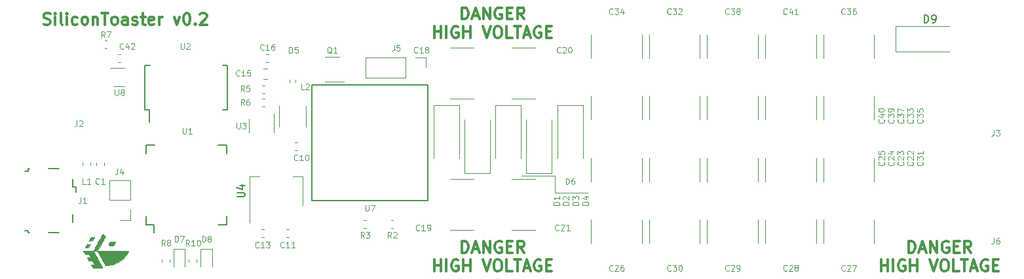
<source format=gbr>
G04 #@! TF.GenerationSoftware,KiCad,Pcbnew,7.0.7-2.fc38*
G04 #@! TF.CreationDate,2023-11-15T22:53:54+01:00*
G04 #@! TF.ProjectId,emfi,656d6669-2e6b-4696-9361-645f70636258,0.1*
G04 #@! TF.SameCoordinates,Original*
G04 #@! TF.FileFunction,Legend,Top*
G04 #@! TF.FilePolarity,Positive*
%FSLAX46Y46*%
G04 Gerber Fmt 4.6, Leading zero omitted, Abs format (unit mm)*
G04 Created by KiCad (PCBNEW 7.0.7-2.fc38) date 2023-11-15 22:53:54*
%MOMM*%
%LPD*%
G01*
G04 APERTURE LIST*
%ADD10C,0.125000*%
%ADD11C,0.300000*%
%ADD12C,0.150000*%
%ADD13C,0.120000*%
%ADD14C,0.010000*%
G04 APERTURE END LIST*
D10*
X111500000Y-51750000D02*
X107250000Y-51750000D01*
X115750000Y-54000000D02*
X111500000Y-54000000D01*
X111500000Y-54000000D02*
X111500000Y-51750000D01*
D11*
X45464286Y-32106900D02*
X45678572Y-32178328D01*
X45678572Y-32178328D02*
X46035714Y-32178328D01*
X46035714Y-32178328D02*
X46178572Y-32106900D01*
X46178572Y-32106900D02*
X46250000Y-32035471D01*
X46250000Y-32035471D02*
X46321429Y-31892614D01*
X46321429Y-31892614D02*
X46321429Y-31749757D01*
X46321429Y-31749757D02*
X46250000Y-31606900D01*
X46250000Y-31606900D02*
X46178572Y-31535471D01*
X46178572Y-31535471D02*
X46035714Y-31464042D01*
X46035714Y-31464042D02*
X45750000Y-31392614D01*
X45750000Y-31392614D02*
X45607143Y-31321185D01*
X45607143Y-31321185D02*
X45535714Y-31249757D01*
X45535714Y-31249757D02*
X45464286Y-31106900D01*
X45464286Y-31106900D02*
X45464286Y-30964042D01*
X45464286Y-30964042D02*
X45535714Y-30821185D01*
X45535714Y-30821185D02*
X45607143Y-30749757D01*
X45607143Y-30749757D02*
X45750000Y-30678328D01*
X45750000Y-30678328D02*
X46107143Y-30678328D01*
X46107143Y-30678328D02*
X46321429Y-30749757D01*
X46964285Y-32178328D02*
X46964285Y-31178328D01*
X46964285Y-30678328D02*
X46892857Y-30749757D01*
X46892857Y-30749757D02*
X46964285Y-30821185D01*
X46964285Y-30821185D02*
X47035714Y-30749757D01*
X47035714Y-30749757D02*
X46964285Y-30678328D01*
X46964285Y-30678328D02*
X46964285Y-30821185D01*
X47892857Y-32178328D02*
X47750000Y-32106900D01*
X47750000Y-32106900D02*
X47678571Y-31964042D01*
X47678571Y-31964042D02*
X47678571Y-30678328D01*
X48464285Y-32178328D02*
X48464285Y-31178328D01*
X48464285Y-30678328D02*
X48392857Y-30749757D01*
X48392857Y-30749757D02*
X48464285Y-30821185D01*
X48464285Y-30821185D02*
X48535714Y-30749757D01*
X48535714Y-30749757D02*
X48464285Y-30678328D01*
X48464285Y-30678328D02*
X48464285Y-30821185D01*
X49821429Y-32106900D02*
X49678571Y-32178328D01*
X49678571Y-32178328D02*
X49392857Y-32178328D01*
X49392857Y-32178328D02*
X49250000Y-32106900D01*
X49250000Y-32106900D02*
X49178571Y-32035471D01*
X49178571Y-32035471D02*
X49107143Y-31892614D01*
X49107143Y-31892614D02*
X49107143Y-31464042D01*
X49107143Y-31464042D02*
X49178571Y-31321185D01*
X49178571Y-31321185D02*
X49250000Y-31249757D01*
X49250000Y-31249757D02*
X49392857Y-31178328D01*
X49392857Y-31178328D02*
X49678571Y-31178328D01*
X49678571Y-31178328D02*
X49821429Y-31249757D01*
X50678571Y-32178328D02*
X50535714Y-32106900D01*
X50535714Y-32106900D02*
X50464285Y-32035471D01*
X50464285Y-32035471D02*
X50392857Y-31892614D01*
X50392857Y-31892614D02*
X50392857Y-31464042D01*
X50392857Y-31464042D02*
X50464285Y-31321185D01*
X50464285Y-31321185D02*
X50535714Y-31249757D01*
X50535714Y-31249757D02*
X50678571Y-31178328D01*
X50678571Y-31178328D02*
X50892857Y-31178328D01*
X50892857Y-31178328D02*
X51035714Y-31249757D01*
X51035714Y-31249757D02*
X51107143Y-31321185D01*
X51107143Y-31321185D02*
X51178571Y-31464042D01*
X51178571Y-31464042D02*
X51178571Y-31892614D01*
X51178571Y-31892614D02*
X51107143Y-32035471D01*
X51107143Y-32035471D02*
X51035714Y-32106900D01*
X51035714Y-32106900D02*
X50892857Y-32178328D01*
X50892857Y-32178328D02*
X50678571Y-32178328D01*
X51821428Y-31178328D02*
X51821428Y-32178328D01*
X51821428Y-31321185D02*
X51892857Y-31249757D01*
X51892857Y-31249757D02*
X52035714Y-31178328D01*
X52035714Y-31178328D02*
X52250000Y-31178328D01*
X52250000Y-31178328D02*
X52392857Y-31249757D01*
X52392857Y-31249757D02*
X52464286Y-31392614D01*
X52464286Y-31392614D02*
X52464286Y-32178328D01*
X52964286Y-30678328D02*
X53821429Y-30678328D01*
X53392857Y-32178328D02*
X53392857Y-30678328D01*
X54535714Y-32178328D02*
X54392857Y-32106900D01*
X54392857Y-32106900D02*
X54321428Y-32035471D01*
X54321428Y-32035471D02*
X54250000Y-31892614D01*
X54250000Y-31892614D02*
X54250000Y-31464042D01*
X54250000Y-31464042D02*
X54321428Y-31321185D01*
X54321428Y-31321185D02*
X54392857Y-31249757D01*
X54392857Y-31249757D02*
X54535714Y-31178328D01*
X54535714Y-31178328D02*
X54750000Y-31178328D01*
X54750000Y-31178328D02*
X54892857Y-31249757D01*
X54892857Y-31249757D02*
X54964286Y-31321185D01*
X54964286Y-31321185D02*
X55035714Y-31464042D01*
X55035714Y-31464042D02*
X55035714Y-31892614D01*
X55035714Y-31892614D02*
X54964286Y-32035471D01*
X54964286Y-32035471D02*
X54892857Y-32106900D01*
X54892857Y-32106900D02*
X54750000Y-32178328D01*
X54750000Y-32178328D02*
X54535714Y-32178328D01*
X56321429Y-32178328D02*
X56321429Y-31392614D01*
X56321429Y-31392614D02*
X56250000Y-31249757D01*
X56250000Y-31249757D02*
X56107143Y-31178328D01*
X56107143Y-31178328D02*
X55821429Y-31178328D01*
X55821429Y-31178328D02*
X55678571Y-31249757D01*
X56321429Y-32106900D02*
X56178571Y-32178328D01*
X56178571Y-32178328D02*
X55821429Y-32178328D01*
X55821429Y-32178328D02*
X55678571Y-32106900D01*
X55678571Y-32106900D02*
X55607143Y-31964042D01*
X55607143Y-31964042D02*
X55607143Y-31821185D01*
X55607143Y-31821185D02*
X55678571Y-31678328D01*
X55678571Y-31678328D02*
X55821429Y-31606900D01*
X55821429Y-31606900D02*
X56178571Y-31606900D01*
X56178571Y-31606900D02*
X56321429Y-31535471D01*
X56964286Y-32106900D02*
X57107143Y-32178328D01*
X57107143Y-32178328D02*
X57392857Y-32178328D01*
X57392857Y-32178328D02*
X57535714Y-32106900D01*
X57535714Y-32106900D02*
X57607143Y-31964042D01*
X57607143Y-31964042D02*
X57607143Y-31892614D01*
X57607143Y-31892614D02*
X57535714Y-31749757D01*
X57535714Y-31749757D02*
X57392857Y-31678328D01*
X57392857Y-31678328D02*
X57178572Y-31678328D01*
X57178572Y-31678328D02*
X57035714Y-31606900D01*
X57035714Y-31606900D02*
X56964286Y-31464042D01*
X56964286Y-31464042D02*
X56964286Y-31392614D01*
X56964286Y-31392614D02*
X57035714Y-31249757D01*
X57035714Y-31249757D02*
X57178572Y-31178328D01*
X57178572Y-31178328D02*
X57392857Y-31178328D01*
X57392857Y-31178328D02*
X57535714Y-31249757D01*
X58035715Y-31178328D02*
X58607143Y-31178328D01*
X58250000Y-30678328D02*
X58250000Y-31964042D01*
X58250000Y-31964042D02*
X58321429Y-32106900D01*
X58321429Y-32106900D02*
X58464286Y-32178328D01*
X58464286Y-32178328D02*
X58607143Y-32178328D01*
X59678572Y-32106900D02*
X59535715Y-32178328D01*
X59535715Y-32178328D02*
X59250001Y-32178328D01*
X59250001Y-32178328D02*
X59107143Y-32106900D01*
X59107143Y-32106900D02*
X59035715Y-31964042D01*
X59035715Y-31964042D02*
X59035715Y-31392614D01*
X59035715Y-31392614D02*
X59107143Y-31249757D01*
X59107143Y-31249757D02*
X59250001Y-31178328D01*
X59250001Y-31178328D02*
X59535715Y-31178328D01*
X59535715Y-31178328D02*
X59678572Y-31249757D01*
X59678572Y-31249757D02*
X59750001Y-31392614D01*
X59750001Y-31392614D02*
X59750001Y-31535471D01*
X59750001Y-31535471D02*
X59035715Y-31678328D01*
X60392857Y-32178328D02*
X60392857Y-31178328D01*
X60392857Y-31464042D02*
X60464286Y-31321185D01*
X60464286Y-31321185D02*
X60535715Y-31249757D01*
X60535715Y-31249757D02*
X60678572Y-31178328D01*
X60678572Y-31178328D02*
X60821429Y-31178328D01*
X62321428Y-31178328D02*
X62678571Y-32178328D01*
X62678571Y-32178328D02*
X63035714Y-31178328D01*
X63892857Y-30678328D02*
X64035714Y-30678328D01*
X64035714Y-30678328D02*
X64178571Y-30749757D01*
X64178571Y-30749757D02*
X64250000Y-30821185D01*
X64250000Y-30821185D02*
X64321428Y-30964042D01*
X64321428Y-30964042D02*
X64392857Y-31249757D01*
X64392857Y-31249757D02*
X64392857Y-31606900D01*
X64392857Y-31606900D02*
X64321428Y-31892614D01*
X64321428Y-31892614D02*
X64250000Y-32035471D01*
X64250000Y-32035471D02*
X64178571Y-32106900D01*
X64178571Y-32106900D02*
X64035714Y-32178328D01*
X64035714Y-32178328D02*
X63892857Y-32178328D01*
X63892857Y-32178328D02*
X63750000Y-32106900D01*
X63750000Y-32106900D02*
X63678571Y-32035471D01*
X63678571Y-32035471D02*
X63607142Y-31892614D01*
X63607142Y-31892614D02*
X63535714Y-31606900D01*
X63535714Y-31606900D02*
X63535714Y-31249757D01*
X63535714Y-31249757D02*
X63607142Y-30964042D01*
X63607142Y-30964042D02*
X63678571Y-30821185D01*
X63678571Y-30821185D02*
X63750000Y-30749757D01*
X63750000Y-30749757D02*
X63892857Y-30678328D01*
X65035713Y-32035471D02*
X65107142Y-32106900D01*
X65107142Y-32106900D02*
X65035713Y-32178328D01*
X65035713Y-32178328D02*
X64964285Y-32106900D01*
X64964285Y-32106900D02*
X65035713Y-32035471D01*
X65035713Y-32035471D02*
X65035713Y-32178328D01*
X65678571Y-30821185D02*
X65749999Y-30749757D01*
X65749999Y-30749757D02*
X65892857Y-30678328D01*
X65892857Y-30678328D02*
X66249999Y-30678328D01*
X66249999Y-30678328D02*
X66392857Y-30749757D01*
X66392857Y-30749757D02*
X66464285Y-30821185D01*
X66464285Y-30821185D02*
X66535714Y-30964042D01*
X66535714Y-30964042D02*
X66535714Y-31106900D01*
X66535714Y-31106900D02*
X66464285Y-31321185D01*
X66464285Y-31321185D02*
X65607142Y-32178328D01*
X65607142Y-32178328D02*
X66535714Y-32178328D01*
X99499999Y-61720828D02*
X99499999Y-60220828D01*
X99499999Y-60220828D02*
X99857142Y-60220828D01*
X99857142Y-60220828D02*
X100071428Y-60292257D01*
X100071428Y-60292257D02*
X100214285Y-60435114D01*
X100214285Y-60435114D02*
X100285714Y-60577971D01*
X100285714Y-60577971D02*
X100357142Y-60863685D01*
X100357142Y-60863685D02*
X100357142Y-61077971D01*
X100357142Y-61077971D02*
X100285714Y-61363685D01*
X100285714Y-61363685D02*
X100214285Y-61506542D01*
X100214285Y-61506542D02*
X100071428Y-61649400D01*
X100071428Y-61649400D02*
X99857142Y-61720828D01*
X99857142Y-61720828D02*
X99499999Y-61720828D01*
X100928571Y-61292257D02*
X101642857Y-61292257D01*
X100785714Y-61720828D02*
X101285714Y-60220828D01*
X101285714Y-60220828D02*
X101785714Y-61720828D01*
X102285713Y-61720828D02*
X102285713Y-60220828D01*
X102285713Y-60220828D02*
X103142856Y-61720828D01*
X103142856Y-61720828D02*
X103142856Y-60220828D01*
X104642857Y-60292257D02*
X104500000Y-60220828D01*
X104500000Y-60220828D02*
X104285714Y-60220828D01*
X104285714Y-60220828D02*
X104071428Y-60292257D01*
X104071428Y-60292257D02*
X103928571Y-60435114D01*
X103928571Y-60435114D02*
X103857142Y-60577971D01*
X103857142Y-60577971D02*
X103785714Y-60863685D01*
X103785714Y-60863685D02*
X103785714Y-61077971D01*
X103785714Y-61077971D02*
X103857142Y-61363685D01*
X103857142Y-61363685D02*
X103928571Y-61506542D01*
X103928571Y-61506542D02*
X104071428Y-61649400D01*
X104071428Y-61649400D02*
X104285714Y-61720828D01*
X104285714Y-61720828D02*
X104428571Y-61720828D01*
X104428571Y-61720828D02*
X104642857Y-61649400D01*
X104642857Y-61649400D02*
X104714285Y-61577971D01*
X104714285Y-61577971D02*
X104714285Y-61077971D01*
X104714285Y-61077971D02*
X104428571Y-61077971D01*
X105357142Y-60935114D02*
X105857142Y-60935114D01*
X106071428Y-61720828D02*
X105357142Y-61720828D01*
X105357142Y-61720828D02*
X105357142Y-60220828D01*
X105357142Y-60220828D02*
X106071428Y-60220828D01*
X107571428Y-61720828D02*
X107071428Y-61006542D01*
X106714285Y-61720828D02*
X106714285Y-60220828D01*
X106714285Y-60220828D02*
X107285714Y-60220828D01*
X107285714Y-60220828D02*
X107428571Y-60292257D01*
X107428571Y-60292257D02*
X107500000Y-60363685D01*
X107500000Y-60363685D02*
X107571428Y-60506542D01*
X107571428Y-60506542D02*
X107571428Y-60720828D01*
X107571428Y-60720828D02*
X107500000Y-60863685D01*
X107500000Y-60863685D02*
X107428571Y-60935114D01*
X107428571Y-60935114D02*
X107285714Y-61006542D01*
X107285714Y-61006542D02*
X106714285Y-61006542D01*
X95928570Y-64135828D02*
X95928570Y-62635828D01*
X95928570Y-63350114D02*
X96785713Y-63350114D01*
X96785713Y-64135828D02*
X96785713Y-62635828D01*
X97499999Y-64135828D02*
X97499999Y-62635828D01*
X99000000Y-62707257D02*
X98857143Y-62635828D01*
X98857143Y-62635828D02*
X98642857Y-62635828D01*
X98642857Y-62635828D02*
X98428571Y-62707257D01*
X98428571Y-62707257D02*
X98285714Y-62850114D01*
X98285714Y-62850114D02*
X98214285Y-62992971D01*
X98214285Y-62992971D02*
X98142857Y-63278685D01*
X98142857Y-63278685D02*
X98142857Y-63492971D01*
X98142857Y-63492971D02*
X98214285Y-63778685D01*
X98214285Y-63778685D02*
X98285714Y-63921542D01*
X98285714Y-63921542D02*
X98428571Y-64064400D01*
X98428571Y-64064400D02*
X98642857Y-64135828D01*
X98642857Y-64135828D02*
X98785714Y-64135828D01*
X98785714Y-64135828D02*
X99000000Y-64064400D01*
X99000000Y-64064400D02*
X99071428Y-63992971D01*
X99071428Y-63992971D02*
X99071428Y-63492971D01*
X99071428Y-63492971D02*
X98785714Y-63492971D01*
X99714285Y-64135828D02*
X99714285Y-62635828D01*
X99714285Y-63350114D02*
X100571428Y-63350114D01*
X100571428Y-64135828D02*
X100571428Y-62635828D01*
X102214286Y-62635828D02*
X102714286Y-64135828D01*
X102714286Y-64135828D02*
X103214286Y-62635828D01*
X104000000Y-62635828D02*
X104285714Y-62635828D01*
X104285714Y-62635828D02*
X104428571Y-62707257D01*
X104428571Y-62707257D02*
X104571428Y-62850114D01*
X104571428Y-62850114D02*
X104642857Y-63135828D01*
X104642857Y-63135828D02*
X104642857Y-63635828D01*
X104642857Y-63635828D02*
X104571428Y-63921542D01*
X104571428Y-63921542D02*
X104428571Y-64064400D01*
X104428571Y-64064400D02*
X104285714Y-64135828D01*
X104285714Y-64135828D02*
X104000000Y-64135828D01*
X104000000Y-64135828D02*
X103857143Y-64064400D01*
X103857143Y-64064400D02*
X103714285Y-63921542D01*
X103714285Y-63921542D02*
X103642857Y-63635828D01*
X103642857Y-63635828D02*
X103642857Y-63135828D01*
X103642857Y-63135828D02*
X103714285Y-62850114D01*
X103714285Y-62850114D02*
X103857143Y-62707257D01*
X103857143Y-62707257D02*
X104000000Y-62635828D01*
X106000000Y-64135828D02*
X105285714Y-64135828D01*
X105285714Y-64135828D02*
X105285714Y-62635828D01*
X106285715Y-62635828D02*
X107142858Y-62635828D01*
X106714286Y-64135828D02*
X106714286Y-62635828D01*
X107571429Y-63707257D02*
X108285715Y-63707257D01*
X107428572Y-64135828D02*
X107928572Y-62635828D01*
X107928572Y-62635828D02*
X108428572Y-64135828D01*
X109714286Y-62707257D02*
X109571429Y-62635828D01*
X109571429Y-62635828D02*
X109357143Y-62635828D01*
X109357143Y-62635828D02*
X109142857Y-62707257D01*
X109142857Y-62707257D02*
X109000000Y-62850114D01*
X109000000Y-62850114D02*
X108928571Y-62992971D01*
X108928571Y-62992971D02*
X108857143Y-63278685D01*
X108857143Y-63278685D02*
X108857143Y-63492971D01*
X108857143Y-63492971D02*
X108928571Y-63778685D01*
X108928571Y-63778685D02*
X109000000Y-63921542D01*
X109000000Y-63921542D02*
X109142857Y-64064400D01*
X109142857Y-64064400D02*
X109357143Y-64135828D01*
X109357143Y-64135828D02*
X109500000Y-64135828D01*
X109500000Y-64135828D02*
X109714286Y-64064400D01*
X109714286Y-64064400D02*
X109785714Y-63992971D01*
X109785714Y-63992971D02*
X109785714Y-63492971D01*
X109785714Y-63492971D02*
X109500000Y-63492971D01*
X110428571Y-63350114D02*
X110928571Y-63350114D01*
X111142857Y-64135828D02*
X110428571Y-64135828D01*
X110428571Y-64135828D02*
X110428571Y-62635828D01*
X110428571Y-62635828D02*
X111142857Y-62635828D01*
X99499999Y-31470828D02*
X99499999Y-29970828D01*
X99499999Y-29970828D02*
X99857142Y-29970828D01*
X99857142Y-29970828D02*
X100071428Y-30042257D01*
X100071428Y-30042257D02*
X100214285Y-30185114D01*
X100214285Y-30185114D02*
X100285714Y-30327971D01*
X100285714Y-30327971D02*
X100357142Y-30613685D01*
X100357142Y-30613685D02*
X100357142Y-30827971D01*
X100357142Y-30827971D02*
X100285714Y-31113685D01*
X100285714Y-31113685D02*
X100214285Y-31256542D01*
X100214285Y-31256542D02*
X100071428Y-31399400D01*
X100071428Y-31399400D02*
X99857142Y-31470828D01*
X99857142Y-31470828D02*
X99499999Y-31470828D01*
X100928571Y-31042257D02*
X101642857Y-31042257D01*
X100785714Y-31470828D02*
X101285714Y-29970828D01*
X101285714Y-29970828D02*
X101785714Y-31470828D01*
X102285713Y-31470828D02*
X102285713Y-29970828D01*
X102285713Y-29970828D02*
X103142856Y-31470828D01*
X103142856Y-31470828D02*
X103142856Y-29970828D01*
X104642857Y-30042257D02*
X104500000Y-29970828D01*
X104500000Y-29970828D02*
X104285714Y-29970828D01*
X104285714Y-29970828D02*
X104071428Y-30042257D01*
X104071428Y-30042257D02*
X103928571Y-30185114D01*
X103928571Y-30185114D02*
X103857142Y-30327971D01*
X103857142Y-30327971D02*
X103785714Y-30613685D01*
X103785714Y-30613685D02*
X103785714Y-30827971D01*
X103785714Y-30827971D02*
X103857142Y-31113685D01*
X103857142Y-31113685D02*
X103928571Y-31256542D01*
X103928571Y-31256542D02*
X104071428Y-31399400D01*
X104071428Y-31399400D02*
X104285714Y-31470828D01*
X104285714Y-31470828D02*
X104428571Y-31470828D01*
X104428571Y-31470828D02*
X104642857Y-31399400D01*
X104642857Y-31399400D02*
X104714285Y-31327971D01*
X104714285Y-31327971D02*
X104714285Y-30827971D01*
X104714285Y-30827971D02*
X104428571Y-30827971D01*
X105357142Y-30685114D02*
X105857142Y-30685114D01*
X106071428Y-31470828D02*
X105357142Y-31470828D01*
X105357142Y-31470828D02*
X105357142Y-29970828D01*
X105357142Y-29970828D02*
X106071428Y-29970828D01*
X107571428Y-31470828D02*
X107071428Y-30756542D01*
X106714285Y-31470828D02*
X106714285Y-29970828D01*
X106714285Y-29970828D02*
X107285714Y-29970828D01*
X107285714Y-29970828D02*
X107428571Y-30042257D01*
X107428571Y-30042257D02*
X107500000Y-30113685D01*
X107500000Y-30113685D02*
X107571428Y-30256542D01*
X107571428Y-30256542D02*
X107571428Y-30470828D01*
X107571428Y-30470828D02*
X107500000Y-30613685D01*
X107500000Y-30613685D02*
X107428571Y-30685114D01*
X107428571Y-30685114D02*
X107285714Y-30756542D01*
X107285714Y-30756542D02*
X106714285Y-30756542D01*
X95928570Y-33885828D02*
X95928570Y-32385828D01*
X95928570Y-33100114D02*
X96785713Y-33100114D01*
X96785713Y-33885828D02*
X96785713Y-32385828D01*
X97499999Y-33885828D02*
X97499999Y-32385828D01*
X99000000Y-32457257D02*
X98857143Y-32385828D01*
X98857143Y-32385828D02*
X98642857Y-32385828D01*
X98642857Y-32385828D02*
X98428571Y-32457257D01*
X98428571Y-32457257D02*
X98285714Y-32600114D01*
X98285714Y-32600114D02*
X98214285Y-32742971D01*
X98214285Y-32742971D02*
X98142857Y-33028685D01*
X98142857Y-33028685D02*
X98142857Y-33242971D01*
X98142857Y-33242971D02*
X98214285Y-33528685D01*
X98214285Y-33528685D02*
X98285714Y-33671542D01*
X98285714Y-33671542D02*
X98428571Y-33814400D01*
X98428571Y-33814400D02*
X98642857Y-33885828D01*
X98642857Y-33885828D02*
X98785714Y-33885828D01*
X98785714Y-33885828D02*
X99000000Y-33814400D01*
X99000000Y-33814400D02*
X99071428Y-33742971D01*
X99071428Y-33742971D02*
X99071428Y-33242971D01*
X99071428Y-33242971D02*
X98785714Y-33242971D01*
X99714285Y-33885828D02*
X99714285Y-32385828D01*
X99714285Y-33100114D02*
X100571428Y-33100114D01*
X100571428Y-33885828D02*
X100571428Y-32385828D01*
X102214286Y-32385828D02*
X102714286Y-33885828D01*
X102714286Y-33885828D02*
X103214286Y-32385828D01*
X104000000Y-32385828D02*
X104285714Y-32385828D01*
X104285714Y-32385828D02*
X104428571Y-32457257D01*
X104428571Y-32457257D02*
X104571428Y-32600114D01*
X104571428Y-32600114D02*
X104642857Y-32885828D01*
X104642857Y-32885828D02*
X104642857Y-33385828D01*
X104642857Y-33385828D02*
X104571428Y-33671542D01*
X104571428Y-33671542D02*
X104428571Y-33814400D01*
X104428571Y-33814400D02*
X104285714Y-33885828D01*
X104285714Y-33885828D02*
X104000000Y-33885828D01*
X104000000Y-33885828D02*
X103857143Y-33814400D01*
X103857143Y-33814400D02*
X103714285Y-33671542D01*
X103714285Y-33671542D02*
X103642857Y-33385828D01*
X103642857Y-33385828D02*
X103642857Y-32885828D01*
X103642857Y-32885828D02*
X103714285Y-32600114D01*
X103714285Y-32600114D02*
X103857143Y-32457257D01*
X103857143Y-32457257D02*
X104000000Y-32385828D01*
X106000000Y-33885828D02*
X105285714Y-33885828D01*
X105285714Y-33885828D02*
X105285714Y-32385828D01*
X106285715Y-32385828D02*
X107142858Y-32385828D01*
X106714286Y-33885828D02*
X106714286Y-32385828D01*
X107571429Y-33457257D02*
X108285715Y-33457257D01*
X107428572Y-33885828D02*
X107928572Y-32385828D01*
X107928572Y-32385828D02*
X108428572Y-33885828D01*
X109714286Y-32457257D02*
X109571429Y-32385828D01*
X109571429Y-32385828D02*
X109357143Y-32385828D01*
X109357143Y-32385828D02*
X109142857Y-32457257D01*
X109142857Y-32457257D02*
X109000000Y-32600114D01*
X109000000Y-32600114D02*
X108928571Y-32742971D01*
X108928571Y-32742971D02*
X108857143Y-33028685D01*
X108857143Y-33028685D02*
X108857143Y-33242971D01*
X108857143Y-33242971D02*
X108928571Y-33528685D01*
X108928571Y-33528685D02*
X109000000Y-33671542D01*
X109000000Y-33671542D02*
X109142857Y-33814400D01*
X109142857Y-33814400D02*
X109357143Y-33885828D01*
X109357143Y-33885828D02*
X109500000Y-33885828D01*
X109500000Y-33885828D02*
X109714286Y-33814400D01*
X109714286Y-33814400D02*
X109785714Y-33742971D01*
X109785714Y-33742971D02*
X109785714Y-33242971D01*
X109785714Y-33242971D02*
X109500000Y-33242971D01*
X110428571Y-33100114D02*
X110928571Y-33100114D01*
X111142857Y-33885828D02*
X110428571Y-33885828D01*
X110428571Y-33885828D02*
X110428571Y-32385828D01*
X110428571Y-32385828D02*
X111142857Y-32385828D01*
X157249999Y-61720828D02*
X157249999Y-60220828D01*
X157249999Y-60220828D02*
X157607142Y-60220828D01*
X157607142Y-60220828D02*
X157821428Y-60292257D01*
X157821428Y-60292257D02*
X157964285Y-60435114D01*
X157964285Y-60435114D02*
X158035714Y-60577971D01*
X158035714Y-60577971D02*
X158107142Y-60863685D01*
X158107142Y-60863685D02*
X158107142Y-61077971D01*
X158107142Y-61077971D02*
X158035714Y-61363685D01*
X158035714Y-61363685D02*
X157964285Y-61506542D01*
X157964285Y-61506542D02*
X157821428Y-61649400D01*
X157821428Y-61649400D02*
X157607142Y-61720828D01*
X157607142Y-61720828D02*
X157249999Y-61720828D01*
X158678571Y-61292257D02*
X159392857Y-61292257D01*
X158535714Y-61720828D02*
X159035714Y-60220828D01*
X159035714Y-60220828D02*
X159535714Y-61720828D01*
X160035713Y-61720828D02*
X160035713Y-60220828D01*
X160035713Y-60220828D02*
X160892856Y-61720828D01*
X160892856Y-61720828D02*
X160892856Y-60220828D01*
X162392857Y-60292257D02*
X162250000Y-60220828D01*
X162250000Y-60220828D02*
X162035714Y-60220828D01*
X162035714Y-60220828D02*
X161821428Y-60292257D01*
X161821428Y-60292257D02*
X161678571Y-60435114D01*
X161678571Y-60435114D02*
X161607142Y-60577971D01*
X161607142Y-60577971D02*
X161535714Y-60863685D01*
X161535714Y-60863685D02*
X161535714Y-61077971D01*
X161535714Y-61077971D02*
X161607142Y-61363685D01*
X161607142Y-61363685D02*
X161678571Y-61506542D01*
X161678571Y-61506542D02*
X161821428Y-61649400D01*
X161821428Y-61649400D02*
X162035714Y-61720828D01*
X162035714Y-61720828D02*
X162178571Y-61720828D01*
X162178571Y-61720828D02*
X162392857Y-61649400D01*
X162392857Y-61649400D02*
X162464285Y-61577971D01*
X162464285Y-61577971D02*
X162464285Y-61077971D01*
X162464285Y-61077971D02*
X162178571Y-61077971D01*
X163107142Y-60935114D02*
X163607142Y-60935114D01*
X163821428Y-61720828D02*
X163107142Y-61720828D01*
X163107142Y-61720828D02*
X163107142Y-60220828D01*
X163107142Y-60220828D02*
X163821428Y-60220828D01*
X165321428Y-61720828D02*
X164821428Y-61006542D01*
X164464285Y-61720828D02*
X164464285Y-60220828D01*
X164464285Y-60220828D02*
X165035714Y-60220828D01*
X165035714Y-60220828D02*
X165178571Y-60292257D01*
X165178571Y-60292257D02*
X165250000Y-60363685D01*
X165250000Y-60363685D02*
X165321428Y-60506542D01*
X165321428Y-60506542D02*
X165321428Y-60720828D01*
X165321428Y-60720828D02*
X165250000Y-60863685D01*
X165250000Y-60863685D02*
X165178571Y-60935114D01*
X165178571Y-60935114D02*
X165035714Y-61006542D01*
X165035714Y-61006542D02*
X164464285Y-61006542D01*
X153678570Y-64135828D02*
X153678570Y-62635828D01*
X153678570Y-63350114D02*
X154535713Y-63350114D01*
X154535713Y-64135828D02*
X154535713Y-62635828D01*
X155249999Y-64135828D02*
X155249999Y-62635828D01*
X156750000Y-62707257D02*
X156607143Y-62635828D01*
X156607143Y-62635828D02*
X156392857Y-62635828D01*
X156392857Y-62635828D02*
X156178571Y-62707257D01*
X156178571Y-62707257D02*
X156035714Y-62850114D01*
X156035714Y-62850114D02*
X155964285Y-62992971D01*
X155964285Y-62992971D02*
X155892857Y-63278685D01*
X155892857Y-63278685D02*
X155892857Y-63492971D01*
X155892857Y-63492971D02*
X155964285Y-63778685D01*
X155964285Y-63778685D02*
X156035714Y-63921542D01*
X156035714Y-63921542D02*
X156178571Y-64064400D01*
X156178571Y-64064400D02*
X156392857Y-64135828D01*
X156392857Y-64135828D02*
X156535714Y-64135828D01*
X156535714Y-64135828D02*
X156750000Y-64064400D01*
X156750000Y-64064400D02*
X156821428Y-63992971D01*
X156821428Y-63992971D02*
X156821428Y-63492971D01*
X156821428Y-63492971D02*
X156535714Y-63492971D01*
X157464285Y-64135828D02*
X157464285Y-62635828D01*
X157464285Y-63350114D02*
X158321428Y-63350114D01*
X158321428Y-64135828D02*
X158321428Y-62635828D01*
X159964286Y-62635828D02*
X160464286Y-64135828D01*
X160464286Y-64135828D02*
X160964286Y-62635828D01*
X161750000Y-62635828D02*
X162035714Y-62635828D01*
X162035714Y-62635828D02*
X162178571Y-62707257D01*
X162178571Y-62707257D02*
X162321428Y-62850114D01*
X162321428Y-62850114D02*
X162392857Y-63135828D01*
X162392857Y-63135828D02*
X162392857Y-63635828D01*
X162392857Y-63635828D02*
X162321428Y-63921542D01*
X162321428Y-63921542D02*
X162178571Y-64064400D01*
X162178571Y-64064400D02*
X162035714Y-64135828D01*
X162035714Y-64135828D02*
X161750000Y-64135828D01*
X161750000Y-64135828D02*
X161607143Y-64064400D01*
X161607143Y-64064400D02*
X161464285Y-63921542D01*
X161464285Y-63921542D02*
X161392857Y-63635828D01*
X161392857Y-63635828D02*
X161392857Y-63135828D01*
X161392857Y-63135828D02*
X161464285Y-62850114D01*
X161464285Y-62850114D02*
X161607143Y-62707257D01*
X161607143Y-62707257D02*
X161750000Y-62635828D01*
X163750000Y-64135828D02*
X163035714Y-64135828D01*
X163035714Y-64135828D02*
X163035714Y-62635828D01*
X164035715Y-62635828D02*
X164892858Y-62635828D01*
X164464286Y-64135828D02*
X164464286Y-62635828D01*
X165321429Y-63707257D02*
X166035715Y-63707257D01*
X165178572Y-64135828D02*
X165678572Y-62635828D01*
X165678572Y-62635828D02*
X166178572Y-64135828D01*
X167464286Y-62707257D02*
X167321429Y-62635828D01*
X167321429Y-62635828D02*
X167107143Y-62635828D01*
X167107143Y-62635828D02*
X166892857Y-62707257D01*
X166892857Y-62707257D02*
X166750000Y-62850114D01*
X166750000Y-62850114D02*
X166678571Y-62992971D01*
X166678571Y-62992971D02*
X166607143Y-63278685D01*
X166607143Y-63278685D02*
X166607143Y-63492971D01*
X166607143Y-63492971D02*
X166678571Y-63778685D01*
X166678571Y-63778685D02*
X166750000Y-63921542D01*
X166750000Y-63921542D02*
X166892857Y-64064400D01*
X166892857Y-64064400D02*
X167107143Y-64135828D01*
X167107143Y-64135828D02*
X167250000Y-64135828D01*
X167250000Y-64135828D02*
X167464286Y-64064400D01*
X167464286Y-64064400D02*
X167535714Y-63992971D01*
X167535714Y-63992971D02*
X167535714Y-63492971D01*
X167535714Y-63492971D02*
X167250000Y-63492971D01*
X168178571Y-63350114D02*
X168678571Y-63350114D01*
X168892857Y-64135828D02*
X168178571Y-64135828D01*
X168178571Y-64135828D02*
X168178571Y-62635828D01*
X168178571Y-62635828D02*
X168892857Y-62635828D01*
D10*
X53374999Y-33840464D02*
X53124999Y-33483321D01*
X52946428Y-33840464D02*
X52946428Y-33090464D01*
X52946428Y-33090464D02*
X53232142Y-33090464D01*
X53232142Y-33090464D02*
X53303571Y-33126178D01*
X53303571Y-33126178D02*
X53339285Y-33161892D01*
X53339285Y-33161892D02*
X53374999Y-33233321D01*
X53374999Y-33233321D02*
X53374999Y-33340464D01*
X53374999Y-33340464D02*
X53339285Y-33411892D01*
X53339285Y-33411892D02*
X53303571Y-33447607D01*
X53303571Y-33447607D02*
X53232142Y-33483321D01*
X53232142Y-33483321D02*
X52946428Y-33483321D01*
X53624999Y-33090464D02*
X54124999Y-33090464D01*
X54124999Y-33090464D02*
X53803571Y-33840464D01*
X73267856Y-61019035D02*
X73232142Y-61054750D01*
X73232142Y-61054750D02*
X73124999Y-61090464D01*
X73124999Y-61090464D02*
X73053571Y-61090464D01*
X73053571Y-61090464D02*
X72946428Y-61054750D01*
X72946428Y-61054750D02*
X72874999Y-60983321D01*
X72874999Y-60983321D02*
X72839285Y-60911892D01*
X72839285Y-60911892D02*
X72803571Y-60769035D01*
X72803571Y-60769035D02*
X72803571Y-60661892D01*
X72803571Y-60661892D02*
X72839285Y-60519035D01*
X72839285Y-60519035D02*
X72874999Y-60447607D01*
X72874999Y-60447607D02*
X72946428Y-60376178D01*
X72946428Y-60376178D02*
X73053571Y-60340464D01*
X73053571Y-60340464D02*
X73124999Y-60340464D01*
X73124999Y-60340464D02*
X73232142Y-60376178D01*
X73232142Y-60376178D02*
X73267856Y-60411892D01*
X73982142Y-61090464D02*
X73553571Y-61090464D01*
X73767856Y-61090464D02*
X73767856Y-60340464D01*
X73767856Y-60340464D02*
X73696428Y-60447607D01*
X73696428Y-60447607D02*
X73624999Y-60519035D01*
X73624999Y-60519035D02*
X73553571Y-60554750D01*
X74232142Y-60340464D02*
X74696428Y-60340464D01*
X74696428Y-60340464D02*
X74446428Y-60626178D01*
X74446428Y-60626178D02*
X74553571Y-60626178D01*
X74553571Y-60626178D02*
X74625000Y-60661892D01*
X74625000Y-60661892D02*
X74660714Y-60697607D01*
X74660714Y-60697607D02*
X74696428Y-60769035D01*
X74696428Y-60769035D02*
X74696428Y-60947607D01*
X74696428Y-60947607D02*
X74660714Y-61019035D01*
X74660714Y-61019035D02*
X74625000Y-61054750D01*
X74625000Y-61054750D02*
X74553571Y-61090464D01*
X74553571Y-61090464D02*
X74339285Y-61090464D01*
X74339285Y-61090464D02*
X74267857Y-61054750D01*
X74267857Y-61054750D02*
X74232142Y-61019035D01*
X76517856Y-61019035D02*
X76482142Y-61054750D01*
X76482142Y-61054750D02*
X76374999Y-61090464D01*
X76374999Y-61090464D02*
X76303571Y-61090464D01*
X76303571Y-61090464D02*
X76196428Y-61054750D01*
X76196428Y-61054750D02*
X76124999Y-60983321D01*
X76124999Y-60983321D02*
X76089285Y-60911892D01*
X76089285Y-60911892D02*
X76053571Y-60769035D01*
X76053571Y-60769035D02*
X76053571Y-60661892D01*
X76053571Y-60661892D02*
X76089285Y-60519035D01*
X76089285Y-60519035D02*
X76124999Y-60447607D01*
X76124999Y-60447607D02*
X76196428Y-60376178D01*
X76196428Y-60376178D02*
X76303571Y-60340464D01*
X76303571Y-60340464D02*
X76374999Y-60340464D01*
X76374999Y-60340464D02*
X76482142Y-60376178D01*
X76482142Y-60376178D02*
X76517856Y-60411892D01*
X77232142Y-61090464D02*
X76803571Y-61090464D01*
X77017856Y-61090464D02*
X77017856Y-60340464D01*
X77017856Y-60340464D02*
X76946428Y-60447607D01*
X76946428Y-60447607D02*
X76874999Y-60519035D01*
X76874999Y-60519035D02*
X76803571Y-60554750D01*
X77946428Y-61090464D02*
X77517857Y-61090464D01*
X77732142Y-61090464D02*
X77732142Y-60340464D01*
X77732142Y-60340464D02*
X77660714Y-60447607D01*
X77660714Y-60447607D02*
X77589285Y-60519035D01*
X77589285Y-60519035D02*
X77517857Y-60554750D01*
X78267856Y-49699035D02*
X78232142Y-49734750D01*
X78232142Y-49734750D02*
X78124999Y-49770464D01*
X78124999Y-49770464D02*
X78053571Y-49770464D01*
X78053571Y-49770464D02*
X77946428Y-49734750D01*
X77946428Y-49734750D02*
X77874999Y-49663321D01*
X77874999Y-49663321D02*
X77839285Y-49591892D01*
X77839285Y-49591892D02*
X77803571Y-49449035D01*
X77803571Y-49449035D02*
X77803571Y-49341892D01*
X77803571Y-49341892D02*
X77839285Y-49199035D01*
X77839285Y-49199035D02*
X77874999Y-49127607D01*
X77874999Y-49127607D02*
X77946428Y-49056178D01*
X77946428Y-49056178D02*
X78053571Y-49020464D01*
X78053571Y-49020464D02*
X78124999Y-49020464D01*
X78124999Y-49020464D02*
X78232142Y-49056178D01*
X78232142Y-49056178D02*
X78267856Y-49091892D01*
X78982142Y-49770464D02*
X78553571Y-49770464D01*
X78767856Y-49770464D02*
X78767856Y-49020464D01*
X78767856Y-49020464D02*
X78696428Y-49127607D01*
X78696428Y-49127607D02*
X78624999Y-49199035D01*
X78624999Y-49199035D02*
X78553571Y-49234750D01*
X79446428Y-49020464D02*
X79517857Y-49020464D01*
X79517857Y-49020464D02*
X79589285Y-49056178D01*
X79589285Y-49056178D02*
X79625000Y-49091892D01*
X79625000Y-49091892D02*
X79660714Y-49163321D01*
X79660714Y-49163321D02*
X79696428Y-49306178D01*
X79696428Y-49306178D02*
X79696428Y-49484750D01*
X79696428Y-49484750D02*
X79660714Y-49627607D01*
X79660714Y-49627607D02*
X79625000Y-49699035D01*
X79625000Y-49699035D02*
X79589285Y-49734750D01*
X79589285Y-49734750D02*
X79517857Y-49770464D01*
X79517857Y-49770464D02*
X79446428Y-49770464D01*
X79446428Y-49770464D02*
X79375000Y-49734750D01*
X79375000Y-49734750D02*
X79339285Y-49699035D01*
X79339285Y-49699035D02*
X79303571Y-49627607D01*
X79303571Y-49627607D02*
X79267857Y-49484750D01*
X79267857Y-49484750D02*
X79267857Y-49306178D01*
X79267857Y-49306178D02*
X79303571Y-49163321D01*
X79303571Y-49163321D02*
X79339285Y-49091892D01*
X79339285Y-49091892D02*
X79375000Y-49056178D01*
X79375000Y-49056178D02*
X79446428Y-49020464D01*
X87058571Y-55580464D02*
X87058571Y-56187607D01*
X87058571Y-56187607D02*
X87094285Y-56259035D01*
X87094285Y-56259035D02*
X87130000Y-56294750D01*
X87130000Y-56294750D02*
X87201428Y-56330464D01*
X87201428Y-56330464D02*
X87344285Y-56330464D01*
X87344285Y-56330464D02*
X87415714Y-56294750D01*
X87415714Y-56294750D02*
X87451428Y-56259035D01*
X87451428Y-56259035D02*
X87487142Y-56187607D01*
X87487142Y-56187607D02*
X87487142Y-55580464D01*
X87772856Y-55580464D02*
X88272856Y-55580464D01*
X88272856Y-55580464D02*
X87951428Y-56330464D01*
X71374999Y-42590464D02*
X71124999Y-42233321D01*
X70946428Y-42590464D02*
X70946428Y-41840464D01*
X70946428Y-41840464D02*
X71232142Y-41840464D01*
X71232142Y-41840464D02*
X71303571Y-41876178D01*
X71303571Y-41876178D02*
X71339285Y-41911892D01*
X71339285Y-41911892D02*
X71374999Y-41983321D01*
X71374999Y-41983321D02*
X71374999Y-42090464D01*
X71374999Y-42090464D02*
X71339285Y-42161892D01*
X71339285Y-42161892D02*
X71303571Y-42197607D01*
X71303571Y-42197607D02*
X71232142Y-42233321D01*
X71232142Y-42233321D02*
X70946428Y-42233321D01*
X72017857Y-41840464D02*
X71874999Y-41840464D01*
X71874999Y-41840464D02*
X71803571Y-41876178D01*
X71803571Y-41876178D02*
X71767857Y-41911892D01*
X71767857Y-41911892D02*
X71696428Y-42019035D01*
X71696428Y-42019035D02*
X71660714Y-42161892D01*
X71660714Y-42161892D02*
X71660714Y-42447607D01*
X71660714Y-42447607D02*
X71696428Y-42519035D01*
X71696428Y-42519035D02*
X71732142Y-42554750D01*
X71732142Y-42554750D02*
X71803571Y-42590464D01*
X71803571Y-42590464D02*
X71946428Y-42590464D01*
X71946428Y-42590464D02*
X72017857Y-42554750D01*
X72017857Y-42554750D02*
X72053571Y-42519035D01*
X72053571Y-42519035D02*
X72089285Y-42447607D01*
X72089285Y-42447607D02*
X72089285Y-42269035D01*
X72089285Y-42269035D02*
X72053571Y-42197607D01*
X72053571Y-42197607D02*
X72017857Y-42161892D01*
X72017857Y-42161892D02*
X71946428Y-42126178D01*
X71946428Y-42126178D02*
X71803571Y-42126178D01*
X71803571Y-42126178D02*
X71732142Y-42161892D01*
X71732142Y-42161892D02*
X71696428Y-42197607D01*
X71696428Y-42197607D02*
X71660714Y-42269035D01*
X71374999Y-40840464D02*
X71124999Y-40483321D01*
X70946428Y-40840464D02*
X70946428Y-40090464D01*
X70946428Y-40090464D02*
X71232142Y-40090464D01*
X71232142Y-40090464D02*
X71303571Y-40126178D01*
X71303571Y-40126178D02*
X71339285Y-40161892D01*
X71339285Y-40161892D02*
X71374999Y-40233321D01*
X71374999Y-40233321D02*
X71374999Y-40340464D01*
X71374999Y-40340464D02*
X71339285Y-40411892D01*
X71339285Y-40411892D02*
X71303571Y-40447607D01*
X71303571Y-40447607D02*
X71232142Y-40483321D01*
X71232142Y-40483321D02*
X70946428Y-40483321D01*
X72053571Y-40090464D02*
X71696428Y-40090464D01*
X71696428Y-40090464D02*
X71660714Y-40447607D01*
X71660714Y-40447607D02*
X71696428Y-40411892D01*
X71696428Y-40411892D02*
X71767857Y-40376178D01*
X71767857Y-40376178D02*
X71946428Y-40376178D01*
X71946428Y-40376178D02*
X72017857Y-40411892D01*
X72017857Y-40411892D02*
X72053571Y-40447607D01*
X72053571Y-40447607D02*
X72089285Y-40519035D01*
X72089285Y-40519035D02*
X72089285Y-40697607D01*
X72089285Y-40697607D02*
X72053571Y-40769035D01*
X72053571Y-40769035D02*
X72017857Y-40804750D01*
X72017857Y-40804750D02*
X71946428Y-40840464D01*
X71946428Y-40840464D02*
X71767857Y-40840464D01*
X71767857Y-40840464D02*
X71696428Y-40804750D01*
X71696428Y-40804750D02*
X71660714Y-40769035D01*
X73906856Y-35404642D02*
X73871142Y-35440357D01*
X73871142Y-35440357D02*
X73763999Y-35476071D01*
X73763999Y-35476071D02*
X73692571Y-35476071D01*
X73692571Y-35476071D02*
X73585428Y-35440357D01*
X73585428Y-35440357D02*
X73513999Y-35368928D01*
X73513999Y-35368928D02*
X73478285Y-35297499D01*
X73478285Y-35297499D02*
X73442571Y-35154642D01*
X73442571Y-35154642D02*
X73442571Y-35047499D01*
X73442571Y-35047499D02*
X73478285Y-34904642D01*
X73478285Y-34904642D02*
X73513999Y-34833214D01*
X73513999Y-34833214D02*
X73585428Y-34761785D01*
X73585428Y-34761785D02*
X73692571Y-34726071D01*
X73692571Y-34726071D02*
X73763999Y-34726071D01*
X73763999Y-34726071D02*
X73871142Y-34761785D01*
X73871142Y-34761785D02*
X73906856Y-34797499D01*
X74621142Y-35476071D02*
X74192571Y-35476071D01*
X74406856Y-35476071D02*
X74406856Y-34726071D01*
X74406856Y-34726071D02*
X74335428Y-34833214D01*
X74335428Y-34833214D02*
X74263999Y-34904642D01*
X74263999Y-34904642D02*
X74192571Y-34940357D01*
X75264000Y-34726071D02*
X75121142Y-34726071D01*
X75121142Y-34726071D02*
X75049714Y-34761785D01*
X75049714Y-34761785D02*
X75014000Y-34797499D01*
X75014000Y-34797499D02*
X74942571Y-34904642D01*
X74942571Y-34904642D02*
X74906857Y-35047499D01*
X74906857Y-35047499D02*
X74906857Y-35333214D01*
X74906857Y-35333214D02*
X74942571Y-35404642D01*
X74942571Y-35404642D02*
X74978285Y-35440357D01*
X74978285Y-35440357D02*
X75049714Y-35476071D01*
X75049714Y-35476071D02*
X75192571Y-35476071D01*
X75192571Y-35476071D02*
X75264000Y-35440357D01*
X75264000Y-35440357D02*
X75299714Y-35404642D01*
X75299714Y-35404642D02*
X75335428Y-35333214D01*
X75335428Y-35333214D02*
X75335428Y-35154642D01*
X75335428Y-35154642D02*
X75299714Y-35083214D01*
X75299714Y-35083214D02*
X75264000Y-35047499D01*
X75264000Y-35047499D02*
X75192571Y-35011785D01*
X75192571Y-35011785D02*
X75049714Y-35011785D01*
X75049714Y-35011785D02*
X74978285Y-35047499D01*
X74978285Y-35047499D02*
X74942571Y-35083214D01*
X74942571Y-35083214D02*
X74906857Y-35154642D01*
X70767856Y-38769035D02*
X70732142Y-38804750D01*
X70732142Y-38804750D02*
X70624999Y-38840464D01*
X70624999Y-38840464D02*
X70553571Y-38840464D01*
X70553571Y-38840464D02*
X70446428Y-38804750D01*
X70446428Y-38804750D02*
X70374999Y-38733321D01*
X70374999Y-38733321D02*
X70339285Y-38661892D01*
X70339285Y-38661892D02*
X70303571Y-38519035D01*
X70303571Y-38519035D02*
X70303571Y-38411892D01*
X70303571Y-38411892D02*
X70339285Y-38269035D01*
X70339285Y-38269035D02*
X70374999Y-38197607D01*
X70374999Y-38197607D02*
X70446428Y-38126178D01*
X70446428Y-38126178D02*
X70553571Y-38090464D01*
X70553571Y-38090464D02*
X70624999Y-38090464D01*
X70624999Y-38090464D02*
X70732142Y-38126178D01*
X70732142Y-38126178D02*
X70767856Y-38161892D01*
X71482142Y-38840464D02*
X71053571Y-38840464D01*
X71267856Y-38840464D02*
X71267856Y-38090464D01*
X71267856Y-38090464D02*
X71196428Y-38197607D01*
X71196428Y-38197607D02*
X71124999Y-38269035D01*
X71124999Y-38269035D02*
X71053571Y-38304750D01*
X72160714Y-38090464D02*
X71803571Y-38090464D01*
X71803571Y-38090464D02*
X71767857Y-38447607D01*
X71767857Y-38447607D02*
X71803571Y-38411892D01*
X71803571Y-38411892D02*
X71875000Y-38376178D01*
X71875000Y-38376178D02*
X72053571Y-38376178D01*
X72053571Y-38376178D02*
X72125000Y-38411892D01*
X72125000Y-38411892D02*
X72160714Y-38447607D01*
X72160714Y-38447607D02*
X72196428Y-38519035D01*
X72196428Y-38519035D02*
X72196428Y-38697607D01*
X72196428Y-38697607D02*
X72160714Y-38769035D01*
X72160714Y-38769035D02*
X72125000Y-38804750D01*
X72125000Y-38804750D02*
X72053571Y-38840464D01*
X72053571Y-38840464D02*
X71875000Y-38840464D01*
X71875000Y-38840464D02*
X71803571Y-38804750D01*
X71803571Y-38804750D02*
X71767857Y-38769035D01*
X79125000Y-40590464D02*
X78767857Y-40590464D01*
X78767857Y-40590464D02*
X78767857Y-39840464D01*
X79339286Y-39911892D02*
X79375000Y-39876178D01*
X79375000Y-39876178D02*
X79446429Y-39840464D01*
X79446429Y-39840464D02*
X79625000Y-39840464D01*
X79625000Y-39840464D02*
X79696429Y-39876178D01*
X79696429Y-39876178D02*
X79732143Y-39911892D01*
X79732143Y-39911892D02*
X79767857Y-39983321D01*
X79767857Y-39983321D02*
X79767857Y-40054750D01*
X79767857Y-40054750D02*
X79732143Y-40161892D01*
X79732143Y-40161892D02*
X79303571Y-40590464D01*
X79303571Y-40590464D02*
X79767857Y-40590464D01*
X70428571Y-44906071D02*
X70428571Y-45513214D01*
X70428571Y-45513214D02*
X70464285Y-45584642D01*
X70464285Y-45584642D02*
X70500000Y-45620357D01*
X70500000Y-45620357D02*
X70571428Y-45656071D01*
X70571428Y-45656071D02*
X70714285Y-45656071D01*
X70714285Y-45656071D02*
X70785714Y-45620357D01*
X70785714Y-45620357D02*
X70821428Y-45584642D01*
X70821428Y-45584642D02*
X70857142Y-45513214D01*
X70857142Y-45513214D02*
X70857142Y-44906071D01*
X71142856Y-44906071D02*
X71607142Y-44906071D01*
X71607142Y-44906071D02*
X71357142Y-45191785D01*
X71357142Y-45191785D02*
X71464285Y-45191785D01*
X71464285Y-45191785D02*
X71535714Y-45227499D01*
X71535714Y-45227499D02*
X71571428Y-45263214D01*
X71571428Y-45263214D02*
X71607142Y-45334642D01*
X71607142Y-45334642D02*
X71607142Y-45513214D01*
X71607142Y-45513214D02*
X71571428Y-45584642D01*
X71571428Y-45584642D02*
X71535714Y-45620357D01*
X71535714Y-45620357D02*
X71464285Y-45656071D01*
X71464285Y-45656071D02*
X71249999Y-45656071D01*
X71249999Y-45656071D02*
X71178571Y-45620357D01*
X71178571Y-45620357D02*
X71142856Y-45584642D01*
X77196428Y-35840464D02*
X77196428Y-35090464D01*
X77196428Y-35090464D02*
X77374999Y-35090464D01*
X77374999Y-35090464D02*
X77482142Y-35126178D01*
X77482142Y-35126178D02*
X77553571Y-35197607D01*
X77553571Y-35197607D02*
X77589285Y-35269035D01*
X77589285Y-35269035D02*
X77624999Y-35411892D01*
X77624999Y-35411892D02*
X77624999Y-35519035D01*
X77624999Y-35519035D02*
X77589285Y-35661892D01*
X77589285Y-35661892D02*
X77553571Y-35733321D01*
X77553571Y-35733321D02*
X77482142Y-35804750D01*
X77482142Y-35804750D02*
X77374999Y-35840464D01*
X77374999Y-35840464D02*
X77196428Y-35840464D01*
X78303571Y-35090464D02*
X77946428Y-35090464D01*
X77946428Y-35090464D02*
X77910714Y-35447607D01*
X77910714Y-35447607D02*
X77946428Y-35411892D01*
X77946428Y-35411892D02*
X78017857Y-35376178D01*
X78017857Y-35376178D02*
X78196428Y-35376178D01*
X78196428Y-35376178D02*
X78267857Y-35411892D01*
X78267857Y-35411892D02*
X78303571Y-35447607D01*
X78303571Y-35447607D02*
X78339285Y-35519035D01*
X78339285Y-35519035D02*
X78339285Y-35697607D01*
X78339285Y-35697607D02*
X78303571Y-35769035D01*
X78303571Y-35769035D02*
X78267857Y-35804750D01*
X78267857Y-35804750D02*
X78196428Y-35840464D01*
X78196428Y-35840464D02*
X78017857Y-35840464D01*
X78017857Y-35840464D02*
X77946428Y-35804750D01*
X77946428Y-35804750D02*
X77910714Y-35769035D01*
X63428571Y-45590464D02*
X63428571Y-46197607D01*
X63428571Y-46197607D02*
X63464285Y-46269035D01*
X63464285Y-46269035D02*
X63500000Y-46304750D01*
X63500000Y-46304750D02*
X63571428Y-46340464D01*
X63571428Y-46340464D02*
X63714285Y-46340464D01*
X63714285Y-46340464D02*
X63785714Y-46304750D01*
X63785714Y-46304750D02*
X63821428Y-46269035D01*
X63821428Y-46269035D02*
X63857142Y-46197607D01*
X63857142Y-46197607D02*
X63857142Y-45590464D01*
X64607142Y-46340464D02*
X64178571Y-46340464D01*
X64392856Y-46340464D02*
X64392856Y-45590464D01*
X64392856Y-45590464D02*
X64321428Y-45697607D01*
X64321428Y-45697607D02*
X64249999Y-45769035D01*
X64249999Y-45769035D02*
X64178571Y-45804750D01*
X63178571Y-34590464D02*
X63178571Y-35197607D01*
X63178571Y-35197607D02*
X63214285Y-35269035D01*
X63214285Y-35269035D02*
X63250000Y-35304750D01*
X63250000Y-35304750D02*
X63321428Y-35340464D01*
X63321428Y-35340464D02*
X63464285Y-35340464D01*
X63464285Y-35340464D02*
X63535714Y-35304750D01*
X63535714Y-35304750D02*
X63571428Y-35269035D01*
X63571428Y-35269035D02*
X63607142Y-35197607D01*
X63607142Y-35197607D02*
X63607142Y-34590464D01*
X63928571Y-34661892D02*
X63964285Y-34626178D01*
X63964285Y-34626178D02*
X64035714Y-34590464D01*
X64035714Y-34590464D02*
X64214285Y-34590464D01*
X64214285Y-34590464D02*
X64285714Y-34626178D01*
X64285714Y-34626178D02*
X64321428Y-34661892D01*
X64321428Y-34661892D02*
X64357142Y-34733321D01*
X64357142Y-34733321D02*
X64357142Y-34804750D01*
X64357142Y-34804750D02*
X64321428Y-34911892D01*
X64321428Y-34911892D02*
X63892856Y-35340464D01*
X63892856Y-35340464D02*
X64357142Y-35340464D01*
X82678571Y-35911892D02*
X82607142Y-35876178D01*
X82607142Y-35876178D02*
X82535714Y-35804750D01*
X82535714Y-35804750D02*
X82428571Y-35697607D01*
X82428571Y-35697607D02*
X82357142Y-35661892D01*
X82357142Y-35661892D02*
X82285714Y-35661892D01*
X82321428Y-35840464D02*
X82250000Y-35804750D01*
X82250000Y-35804750D02*
X82178571Y-35733321D01*
X82178571Y-35733321D02*
X82142857Y-35590464D01*
X82142857Y-35590464D02*
X82142857Y-35340464D01*
X82142857Y-35340464D02*
X82178571Y-35197607D01*
X82178571Y-35197607D02*
X82250000Y-35126178D01*
X82250000Y-35126178D02*
X82321428Y-35090464D01*
X82321428Y-35090464D02*
X82464285Y-35090464D01*
X82464285Y-35090464D02*
X82535714Y-35126178D01*
X82535714Y-35126178D02*
X82607142Y-35197607D01*
X82607142Y-35197607D02*
X82642857Y-35340464D01*
X82642857Y-35340464D02*
X82642857Y-35590464D01*
X82642857Y-35590464D02*
X82607142Y-35733321D01*
X82607142Y-35733321D02*
X82535714Y-35804750D01*
X82535714Y-35804750D02*
X82464285Y-35840464D01*
X82464285Y-35840464D02*
X82321428Y-35840464D01*
X83357142Y-35840464D02*
X82928571Y-35840464D01*
X83142856Y-35840464D02*
X83142856Y-35090464D01*
X83142856Y-35090464D02*
X83071428Y-35197607D01*
X83071428Y-35197607D02*
X82999999Y-35269035D01*
X82999999Y-35269035D02*
X82928571Y-35304750D01*
X90750000Y-34840464D02*
X90750000Y-35376178D01*
X90750000Y-35376178D02*
X90714285Y-35483321D01*
X90714285Y-35483321D02*
X90642857Y-35554750D01*
X90642857Y-35554750D02*
X90535714Y-35590464D01*
X90535714Y-35590464D02*
X90464285Y-35590464D01*
X91464286Y-34840464D02*
X91107143Y-34840464D01*
X91107143Y-34840464D02*
X91071429Y-35197607D01*
X91071429Y-35197607D02*
X91107143Y-35161892D01*
X91107143Y-35161892D02*
X91178572Y-35126178D01*
X91178572Y-35126178D02*
X91357143Y-35126178D01*
X91357143Y-35126178D02*
X91428572Y-35161892D01*
X91428572Y-35161892D02*
X91464286Y-35197607D01*
X91464286Y-35197607D02*
X91500000Y-35269035D01*
X91500000Y-35269035D02*
X91500000Y-35447607D01*
X91500000Y-35447607D02*
X91464286Y-35519035D01*
X91464286Y-35519035D02*
X91428572Y-35554750D01*
X91428572Y-35554750D02*
X91357143Y-35590464D01*
X91357143Y-35590464D02*
X91178572Y-35590464D01*
X91178572Y-35590464D02*
X91107143Y-35554750D01*
X91107143Y-35554750D02*
X91071429Y-35519035D01*
X52624999Y-52769035D02*
X52589285Y-52804750D01*
X52589285Y-52804750D02*
X52482142Y-52840464D01*
X52482142Y-52840464D02*
X52410714Y-52840464D01*
X52410714Y-52840464D02*
X52303571Y-52804750D01*
X52303571Y-52804750D02*
X52232142Y-52733321D01*
X52232142Y-52733321D02*
X52196428Y-52661892D01*
X52196428Y-52661892D02*
X52160714Y-52519035D01*
X52160714Y-52519035D02*
X52160714Y-52411892D01*
X52160714Y-52411892D02*
X52196428Y-52269035D01*
X52196428Y-52269035D02*
X52232142Y-52197607D01*
X52232142Y-52197607D02*
X52303571Y-52126178D01*
X52303571Y-52126178D02*
X52410714Y-52090464D01*
X52410714Y-52090464D02*
X52482142Y-52090464D01*
X52482142Y-52090464D02*
X52589285Y-52126178D01*
X52589285Y-52126178D02*
X52624999Y-52161892D01*
X53339285Y-52840464D02*
X52910714Y-52840464D01*
X53124999Y-52840464D02*
X53124999Y-52090464D01*
X53124999Y-52090464D02*
X53053571Y-52197607D01*
X53053571Y-52197607D02*
X52982142Y-52269035D01*
X52982142Y-52269035D02*
X52910714Y-52304750D01*
X86874999Y-59840464D02*
X86624999Y-59483321D01*
X86446428Y-59840464D02*
X86446428Y-59090464D01*
X86446428Y-59090464D02*
X86732142Y-59090464D01*
X86732142Y-59090464D02*
X86803571Y-59126178D01*
X86803571Y-59126178D02*
X86839285Y-59161892D01*
X86839285Y-59161892D02*
X86874999Y-59233321D01*
X86874999Y-59233321D02*
X86874999Y-59340464D01*
X86874999Y-59340464D02*
X86839285Y-59411892D01*
X86839285Y-59411892D02*
X86803571Y-59447607D01*
X86803571Y-59447607D02*
X86732142Y-59483321D01*
X86732142Y-59483321D02*
X86446428Y-59483321D01*
X87124999Y-59090464D02*
X87589285Y-59090464D01*
X87589285Y-59090464D02*
X87339285Y-59376178D01*
X87339285Y-59376178D02*
X87446428Y-59376178D01*
X87446428Y-59376178D02*
X87517857Y-59411892D01*
X87517857Y-59411892D02*
X87553571Y-59447607D01*
X87553571Y-59447607D02*
X87589285Y-59519035D01*
X87589285Y-59519035D02*
X87589285Y-59697607D01*
X87589285Y-59697607D02*
X87553571Y-59769035D01*
X87553571Y-59769035D02*
X87517857Y-59804750D01*
X87517857Y-59804750D02*
X87446428Y-59840464D01*
X87446428Y-59840464D02*
X87232142Y-59840464D01*
X87232142Y-59840464D02*
X87160714Y-59804750D01*
X87160714Y-59804750D02*
X87124999Y-59769035D01*
X90374999Y-59840464D02*
X90124999Y-59483321D01*
X89946428Y-59840464D02*
X89946428Y-59090464D01*
X89946428Y-59090464D02*
X90232142Y-59090464D01*
X90232142Y-59090464D02*
X90303571Y-59126178D01*
X90303571Y-59126178D02*
X90339285Y-59161892D01*
X90339285Y-59161892D02*
X90374999Y-59233321D01*
X90374999Y-59233321D02*
X90374999Y-59340464D01*
X90374999Y-59340464D02*
X90339285Y-59411892D01*
X90339285Y-59411892D02*
X90303571Y-59447607D01*
X90303571Y-59447607D02*
X90232142Y-59483321D01*
X90232142Y-59483321D02*
X89946428Y-59483321D01*
X90660714Y-59161892D02*
X90696428Y-59126178D01*
X90696428Y-59126178D02*
X90767857Y-59090464D01*
X90767857Y-59090464D02*
X90946428Y-59090464D01*
X90946428Y-59090464D02*
X91017857Y-59126178D01*
X91017857Y-59126178D02*
X91053571Y-59161892D01*
X91053571Y-59161892D02*
X91089285Y-59233321D01*
X91089285Y-59233321D02*
X91089285Y-59304750D01*
X91089285Y-59304750D02*
X91053571Y-59411892D01*
X91053571Y-59411892D02*
X90624999Y-59840464D01*
X90624999Y-59840464D02*
X91089285Y-59840464D01*
X112946428Y-52840464D02*
X112946428Y-52090464D01*
X112946428Y-52090464D02*
X113124999Y-52090464D01*
X113124999Y-52090464D02*
X113232142Y-52126178D01*
X113232142Y-52126178D02*
X113303571Y-52197607D01*
X113303571Y-52197607D02*
X113339285Y-52269035D01*
X113339285Y-52269035D02*
X113374999Y-52411892D01*
X113374999Y-52411892D02*
X113374999Y-52519035D01*
X113374999Y-52519035D02*
X113339285Y-52661892D01*
X113339285Y-52661892D02*
X113303571Y-52733321D01*
X113303571Y-52733321D02*
X113232142Y-52804750D01*
X113232142Y-52804750D02*
X113124999Y-52840464D01*
X113124999Y-52840464D02*
X112946428Y-52840464D01*
X114017857Y-52090464D02*
X113874999Y-52090464D01*
X113874999Y-52090464D02*
X113803571Y-52126178D01*
X113803571Y-52126178D02*
X113767857Y-52161892D01*
X113767857Y-52161892D02*
X113696428Y-52269035D01*
X113696428Y-52269035D02*
X113660714Y-52411892D01*
X113660714Y-52411892D02*
X113660714Y-52697607D01*
X113660714Y-52697607D02*
X113696428Y-52769035D01*
X113696428Y-52769035D02*
X113732142Y-52804750D01*
X113732142Y-52804750D02*
X113803571Y-52840464D01*
X113803571Y-52840464D02*
X113946428Y-52840464D01*
X113946428Y-52840464D02*
X114017857Y-52804750D01*
X114017857Y-52804750D02*
X114053571Y-52769035D01*
X114053571Y-52769035D02*
X114089285Y-52697607D01*
X114089285Y-52697607D02*
X114089285Y-52519035D01*
X114089285Y-52519035D02*
X114053571Y-52447607D01*
X114053571Y-52447607D02*
X114017857Y-52411892D01*
X114017857Y-52411892D02*
X113946428Y-52376178D01*
X113946428Y-52376178D02*
X113803571Y-52376178D01*
X113803571Y-52376178D02*
X113732142Y-52411892D01*
X113732142Y-52411892D02*
X113696428Y-52447607D01*
X113696428Y-52447607D02*
X113660714Y-52519035D01*
X112017856Y-58769035D02*
X111982142Y-58804750D01*
X111982142Y-58804750D02*
X111874999Y-58840464D01*
X111874999Y-58840464D02*
X111803571Y-58840464D01*
X111803571Y-58840464D02*
X111696428Y-58804750D01*
X111696428Y-58804750D02*
X111624999Y-58733321D01*
X111624999Y-58733321D02*
X111589285Y-58661892D01*
X111589285Y-58661892D02*
X111553571Y-58519035D01*
X111553571Y-58519035D02*
X111553571Y-58411892D01*
X111553571Y-58411892D02*
X111589285Y-58269035D01*
X111589285Y-58269035D02*
X111624999Y-58197607D01*
X111624999Y-58197607D02*
X111696428Y-58126178D01*
X111696428Y-58126178D02*
X111803571Y-58090464D01*
X111803571Y-58090464D02*
X111874999Y-58090464D01*
X111874999Y-58090464D02*
X111982142Y-58126178D01*
X111982142Y-58126178D02*
X112017856Y-58161892D01*
X112303571Y-58161892D02*
X112339285Y-58126178D01*
X112339285Y-58126178D02*
X112410714Y-58090464D01*
X112410714Y-58090464D02*
X112589285Y-58090464D01*
X112589285Y-58090464D02*
X112660714Y-58126178D01*
X112660714Y-58126178D02*
X112696428Y-58161892D01*
X112696428Y-58161892D02*
X112732142Y-58233321D01*
X112732142Y-58233321D02*
X112732142Y-58304750D01*
X112732142Y-58304750D02*
X112696428Y-58411892D01*
X112696428Y-58411892D02*
X112267856Y-58840464D01*
X112267856Y-58840464D02*
X112732142Y-58840464D01*
X113446428Y-58840464D02*
X113017857Y-58840464D01*
X113232142Y-58840464D02*
X113232142Y-58090464D01*
X113232142Y-58090464D02*
X113160714Y-58197607D01*
X113160714Y-58197607D02*
X113089285Y-58269035D01*
X113089285Y-58269035D02*
X113017857Y-58304750D01*
X113340464Y-55553571D02*
X112590464Y-55553571D01*
X112590464Y-55553571D02*
X112590464Y-55375000D01*
X112590464Y-55375000D02*
X112626178Y-55267857D01*
X112626178Y-55267857D02*
X112697607Y-55196428D01*
X112697607Y-55196428D02*
X112769035Y-55160714D01*
X112769035Y-55160714D02*
X112911892Y-55125000D01*
X112911892Y-55125000D02*
X113019035Y-55125000D01*
X113019035Y-55125000D02*
X113161892Y-55160714D01*
X113161892Y-55160714D02*
X113233321Y-55196428D01*
X113233321Y-55196428D02*
X113304750Y-55267857D01*
X113304750Y-55267857D02*
X113340464Y-55375000D01*
X113340464Y-55375000D02*
X113340464Y-55553571D01*
X112661892Y-54839285D02*
X112626178Y-54803571D01*
X112626178Y-54803571D02*
X112590464Y-54732143D01*
X112590464Y-54732143D02*
X112590464Y-54553571D01*
X112590464Y-54553571D02*
X112626178Y-54482143D01*
X112626178Y-54482143D02*
X112661892Y-54446428D01*
X112661892Y-54446428D02*
X112733321Y-54410714D01*
X112733321Y-54410714D02*
X112804750Y-54410714D01*
X112804750Y-54410714D02*
X112911892Y-54446428D01*
X112911892Y-54446428D02*
X113340464Y-54875000D01*
X113340464Y-54875000D02*
X113340464Y-54410714D01*
X112267856Y-35769035D02*
X112232142Y-35804750D01*
X112232142Y-35804750D02*
X112124999Y-35840464D01*
X112124999Y-35840464D02*
X112053571Y-35840464D01*
X112053571Y-35840464D02*
X111946428Y-35804750D01*
X111946428Y-35804750D02*
X111874999Y-35733321D01*
X111874999Y-35733321D02*
X111839285Y-35661892D01*
X111839285Y-35661892D02*
X111803571Y-35519035D01*
X111803571Y-35519035D02*
X111803571Y-35411892D01*
X111803571Y-35411892D02*
X111839285Y-35269035D01*
X111839285Y-35269035D02*
X111874999Y-35197607D01*
X111874999Y-35197607D02*
X111946428Y-35126178D01*
X111946428Y-35126178D02*
X112053571Y-35090464D01*
X112053571Y-35090464D02*
X112124999Y-35090464D01*
X112124999Y-35090464D02*
X112232142Y-35126178D01*
X112232142Y-35126178D02*
X112267856Y-35161892D01*
X112553571Y-35161892D02*
X112589285Y-35126178D01*
X112589285Y-35126178D02*
X112660714Y-35090464D01*
X112660714Y-35090464D02*
X112839285Y-35090464D01*
X112839285Y-35090464D02*
X112910714Y-35126178D01*
X112910714Y-35126178D02*
X112946428Y-35161892D01*
X112946428Y-35161892D02*
X112982142Y-35233321D01*
X112982142Y-35233321D02*
X112982142Y-35304750D01*
X112982142Y-35304750D02*
X112946428Y-35411892D01*
X112946428Y-35411892D02*
X112517856Y-35840464D01*
X112517856Y-35840464D02*
X112982142Y-35840464D01*
X113446428Y-35090464D02*
X113517857Y-35090464D01*
X113517857Y-35090464D02*
X113589285Y-35126178D01*
X113589285Y-35126178D02*
X113625000Y-35161892D01*
X113625000Y-35161892D02*
X113660714Y-35233321D01*
X113660714Y-35233321D02*
X113696428Y-35376178D01*
X113696428Y-35376178D02*
X113696428Y-35554750D01*
X113696428Y-35554750D02*
X113660714Y-35697607D01*
X113660714Y-35697607D02*
X113625000Y-35769035D01*
X113625000Y-35769035D02*
X113589285Y-35804750D01*
X113589285Y-35804750D02*
X113517857Y-35840464D01*
X113517857Y-35840464D02*
X113446428Y-35840464D01*
X113446428Y-35840464D02*
X113375000Y-35804750D01*
X113375000Y-35804750D02*
X113339285Y-35769035D01*
X113339285Y-35769035D02*
X113303571Y-35697607D01*
X113303571Y-35697607D02*
X113267857Y-35554750D01*
X113267857Y-35554750D02*
X113267857Y-35376178D01*
X113267857Y-35376178D02*
X113303571Y-35233321D01*
X113303571Y-35233321D02*
X113339285Y-35161892D01*
X113339285Y-35161892D02*
X113375000Y-35126178D01*
X113375000Y-35126178D02*
X113446428Y-35090464D01*
X94017856Y-58769035D02*
X93982142Y-58804750D01*
X93982142Y-58804750D02*
X93874999Y-58840464D01*
X93874999Y-58840464D02*
X93803571Y-58840464D01*
X93803571Y-58840464D02*
X93696428Y-58804750D01*
X93696428Y-58804750D02*
X93624999Y-58733321D01*
X93624999Y-58733321D02*
X93589285Y-58661892D01*
X93589285Y-58661892D02*
X93553571Y-58519035D01*
X93553571Y-58519035D02*
X93553571Y-58411892D01*
X93553571Y-58411892D02*
X93589285Y-58269035D01*
X93589285Y-58269035D02*
X93624999Y-58197607D01*
X93624999Y-58197607D02*
X93696428Y-58126178D01*
X93696428Y-58126178D02*
X93803571Y-58090464D01*
X93803571Y-58090464D02*
X93874999Y-58090464D01*
X93874999Y-58090464D02*
X93982142Y-58126178D01*
X93982142Y-58126178D02*
X94017856Y-58161892D01*
X94732142Y-58840464D02*
X94303571Y-58840464D01*
X94517856Y-58840464D02*
X94517856Y-58090464D01*
X94517856Y-58090464D02*
X94446428Y-58197607D01*
X94446428Y-58197607D02*
X94374999Y-58269035D01*
X94374999Y-58269035D02*
X94303571Y-58304750D01*
X95089285Y-58840464D02*
X95232142Y-58840464D01*
X95232142Y-58840464D02*
X95303571Y-58804750D01*
X95303571Y-58804750D02*
X95339285Y-58769035D01*
X95339285Y-58769035D02*
X95410714Y-58661892D01*
X95410714Y-58661892D02*
X95446428Y-58519035D01*
X95446428Y-58519035D02*
X95446428Y-58233321D01*
X95446428Y-58233321D02*
X95410714Y-58161892D01*
X95410714Y-58161892D02*
X95375000Y-58126178D01*
X95375000Y-58126178D02*
X95303571Y-58090464D01*
X95303571Y-58090464D02*
X95160714Y-58090464D01*
X95160714Y-58090464D02*
X95089285Y-58126178D01*
X95089285Y-58126178D02*
X95053571Y-58161892D01*
X95053571Y-58161892D02*
X95017857Y-58233321D01*
X95017857Y-58233321D02*
X95017857Y-58411892D01*
X95017857Y-58411892D02*
X95053571Y-58483321D01*
X95053571Y-58483321D02*
X95089285Y-58519035D01*
X95089285Y-58519035D02*
X95160714Y-58554750D01*
X95160714Y-58554750D02*
X95303571Y-58554750D01*
X95303571Y-58554750D02*
X95375000Y-58519035D01*
X95375000Y-58519035D02*
X95410714Y-58483321D01*
X95410714Y-58483321D02*
X95446428Y-58411892D01*
X114590464Y-55553571D02*
X113840464Y-55553571D01*
X113840464Y-55553571D02*
X113840464Y-55375000D01*
X113840464Y-55375000D02*
X113876178Y-55267857D01*
X113876178Y-55267857D02*
X113947607Y-55196428D01*
X113947607Y-55196428D02*
X114019035Y-55160714D01*
X114019035Y-55160714D02*
X114161892Y-55125000D01*
X114161892Y-55125000D02*
X114269035Y-55125000D01*
X114269035Y-55125000D02*
X114411892Y-55160714D01*
X114411892Y-55160714D02*
X114483321Y-55196428D01*
X114483321Y-55196428D02*
X114554750Y-55267857D01*
X114554750Y-55267857D02*
X114590464Y-55375000D01*
X114590464Y-55375000D02*
X114590464Y-55553571D01*
X113840464Y-54875000D02*
X113840464Y-54410714D01*
X113840464Y-54410714D02*
X114126178Y-54660714D01*
X114126178Y-54660714D02*
X114126178Y-54553571D01*
X114126178Y-54553571D02*
X114161892Y-54482143D01*
X114161892Y-54482143D02*
X114197607Y-54446428D01*
X114197607Y-54446428D02*
X114269035Y-54410714D01*
X114269035Y-54410714D02*
X114447607Y-54410714D01*
X114447607Y-54410714D02*
X114519035Y-54446428D01*
X114519035Y-54446428D02*
X114554750Y-54482143D01*
X114554750Y-54482143D02*
X114590464Y-54553571D01*
X114590464Y-54553571D02*
X114590464Y-54767857D01*
X114590464Y-54767857D02*
X114554750Y-54839285D01*
X114554750Y-54839285D02*
X114519035Y-54875000D01*
X112090464Y-55553571D02*
X111340464Y-55553571D01*
X111340464Y-55553571D02*
X111340464Y-55375000D01*
X111340464Y-55375000D02*
X111376178Y-55267857D01*
X111376178Y-55267857D02*
X111447607Y-55196428D01*
X111447607Y-55196428D02*
X111519035Y-55160714D01*
X111519035Y-55160714D02*
X111661892Y-55125000D01*
X111661892Y-55125000D02*
X111769035Y-55125000D01*
X111769035Y-55125000D02*
X111911892Y-55160714D01*
X111911892Y-55160714D02*
X111983321Y-55196428D01*
X111983321Y-55196428D02*
X112054750Y-55267857D01*
X112054750Y-55267857D02*
X112090464Y-55375000D01*
X112090464Y-55375000D02*
X112090464Y-55553571D01*
X112090464Y-54410714D02*
X112090464Y-54839285D01*
X112090464Y-54625000D02*
X111340464Y-54625000D01*
X111340464Y-54625000D02*
X111447607Y-54696428D01*
X111447607Y-54696428D02*
X111519035Y-54767857D01*
X111519035Y-54767857D02*
X111554750Y-54839285D01*
X115840464Y-55553571D02*
X115090464Y-55553571D01*
X115090464Y-55553571D02*
X115090464Y-55375000D01*
X115090464Y-55375000D02*
X115126178Y-55267857D01*
X115126178Y-55267857D02*
X115197607Y-55196428D01*
X115197607Y-55196428D02*
X115269035Y-55160714D01*
X115269035Y-55160714D02*
X115411892Y-55125000D01*
X115411892Y-55125000D02*
X115519035Y-55125000D01*
X115519035Y-55125000D02*
X115661892Y-55160714D01*
X115661892Y-55160714D02*
X115733321Y-55196428D01*
X115733321Y-55196428D02*
X115804750Y-55267857D01*
X115804750Y-55267857D02*
X115840464Y-55375000D01*
X115840464Y-55375000D02*
X115840464Y-55553571D01*
X115340464Y-54482143D02*
X115840464Y-54482143D01*
X115054750Y-54660714D02*
X115590464Y-54839285D01*
X115590464Y-54839285D02*
X115590464Y-54375000D01*
X93767856Y-35769035D02*
X93732142Y-35804750D01*
X93732142Y-35804750D02*
X93624999Y-35840464D01*
X93624999Y-35840464D02*
X93553571Y-35840464D01*
X93553571Y-35840464D02*
X93446428Y-35804750D01*
X93446428Y-35804750D02*
X93374999Y-35733321D01*
X93374999Y-35733321D02*
X93339285Y-35661892D01*
X93339285Y-35661892D02*
X93303571Y-35519035D01*
X93303571Y-35519035D02*
X93303571Y-35411892D01*
X93303571Y-35411892D02*
X93339285Y-35269035D01*
X93339285Y-35269035D02*
X93374999Y-35197607D01*
X93374999Y-35197607D02*
X93446428Y-35126178D01*
X93446428Y-35126178D02*
X93553571Y-35090464D01*
X93553571Y-35090464D02*
X93624999Y-35090464D01*
X93624999Y-35090464D02*
X93732142Y-35126178D01*
X93732142Y-35126178D02*
X93767856Y-35161892D01*
X94482142Y-35840464D02*
X94053571Y-35840464D01*
X94267856Y-35840464D02*
X94267856Y-35090464D01*
X94267856Y-35090464D02*
X94196428Y-35197607D01*
X94196428Y-35197607D02*
X94124999Y-35269035D01*
X94124999Y-35269035D02*
X94053571Y-35304750D01*
X94910714Y-35411892D02*
X94839285Y-35376178D01*
X94839285Y-35376178D02*
X94803571Y-35340464D01*
X94803571Y-35340464D02*
X94767857Y-35269035D01*
X94767857Y-35269035D02*
X94767857Y-35233321D01*
X94767857Y-35233321D02*
X94803571Y-35161892D01*
X94803571Y-35161892D02*
X94839285Y-35126178D01*
X94839285Y-35126178D02*
X94910714Y-35090464D01*
X94910714Y-35090464D02*
X95053571Y-35090464D01*
X95053571Y-35090464D02*
X95125000Y-35126178D01*
X95125000Y-35126178D02*
X95160714Y-35161892D01*
X95160714Y-35161892D02*
X95196428Y-35233321D01*
X95196428Y-35233321D02*
X95196428Y-35269035D01*
X95196428Y-35269035D02*
X95160714Y-35340464D01*
X95160714Y-35340464D02*
X95125000Y-35376178D01*
X95125000Y-35376178D02*
X95053571Y-35411892D01*
X95053571Y-35411892D02*
X94910714Y-35411892D01*
X94910714Y-35411892D02*
X94839285Y-35447607D01*
X94839285Y-35447607D02*
X94803571Y-35483321D01*
X94803571Y-35483321D02*
X94767857Y-35554750D01*
X94767857Y-35554750D02*
X94767857Y-35697607D01*
X94767857Y-35697607D02*
X94803571Y-35769035D01*
X94803571Y-35769035D02*
X94839285Y-35804750D01*
X94839285Y-35804750D02*
X94910714Y-35840464D01*
X94910714Y-35840464D02*
X95053571Y-35840464D01*
X95053571Y-35840464D02*
X95125000Y-35804750D01*
X95125000Y-35804750D02*
X95160714Y-35769035D01*
X95160714Y-35769035D02*
X95196428Y-35697607D01*
X95196428Y-35697607D02*
X95196428Y-35554750D01*
X95196428Y-35554750D02*
X95160714Y-35483321D01*
X95160714Y-35483321D02*
X95125000Y-35447607D01*
X95125000Y-35447607D02*
X95053571Y-35411892D01*
X156519035Y-44482143D02*
X156554750Y-44517857D01*
X156554750Y-44517857D02*
X156590464Y-44625000D01*
X156590464Y-44625000D02*
X156590464Y-44696428D01*
X156590464Y-44696428D02*
X156554750Y-44803571D01*
X156554750Y-44803571D02*
X156483321Y-44875000D01*
X156483321Y-44875000D02*
X156411892Y-44910714D01*
X156411892Y-44910714D02*
X156269035Y-44946428D01*
X156269035Y-44946428D02*
X156161892Y-44946428D01*
X156161892Y-44946428D02*
X156019035Y-44910714D01*
X156019035Y-44910714D02*
X155947607Y-44875000D01*
X155947607Y-44875000D02*
X155876178Y-44803571D01*
X155876178Y-44803571D02*
X155840464Y-44696428D01*
X155840464Y-44696428D02*
X155840464Y-44625000D01*
X155840464Y-44625000D02*
X155876178Y-44517857D01*
X155876178Y-44517857D02*
X155911892Y-44482143D01*
X155840464Y-44232143D02*
X155840464Y-43767857D01*
X155840464Y-43767857D02*
X156126178Y-44017857D01*
X156126178Y-44017857D02*
X156126178Y-43910714D01*
X156126178Y-43910714D02*
X156161892Y-43839286D01*
X156161892Y-43839286D02*
X156197607Y-43803571D01*
X156197607Y-43803571D02*
X156269035Y-43767857D01*
X156269035Y-43767857D02*
X156447607Y-43767857D01*
X156447607Y-43767857D02*
X156519035Y-43803571D01*
X156519035Y-43803571D02*
X156554750Y-43839286D01*
X156554750Y-43839286D02*
X156590464Y-43910714D01*
X156590464Y-43910714D02*
X156590464Y-44125000D01*
X156590464Y-44125000D02*
X156554750Y-44196428D01*
X156554750Y-44196428D02*
X156519035Y-44232143D01*
X155840464Y-43517857D02*
X155840464Y-43017857D01*
X155840464Y-43017857D02*
X156590464Y-43339285D01*
X119017856Y-30769035D02*
X118982142Y-30804750D01*
X118982142Y-30804750D02*
X118874999Y-30840464D01*
X118874999Y-30840464D02*
X118803571Y-30840464D01*
X118803571Y-30840464D02*
X118696428Y-30804750D01*
X118696428Y-30804750D02*
X118624999Y-30733321D01*
X118624999Y-30733321D02*
X118589285Y-30661892D01*
X118589285Y-30661892D02*
X118553571Y-30519035D01*
X118553571Y-30519035D02*
X118553571Y-30411892D01*
X118553571Y-30411892D02*
X118589285Y-30269035D01*
X118589285Y-30269035D02*
X118624999Y-30197607D01*
X118624999Y-30197607D02*
X118696428Y-30126178D01*
X118696428Y-30126178D02*
X118803571Y-30090464D01*
X118803571Y-30090464D02*
X118874999Y-30090464D01*
X118874999Y-30090464D02*
X118982142Y-30126178D01*
X118982142Y-30126178D02*
X119017856Y-30161892D01*
X119267856Y-30090464D02*
X119732142Y-30090464D01*
X119732142Y-30090464D02*
X119482142Y-30376178D01*
X119482142Y-30376178D02*
X119589285Y-30376178D01*
X119589285Y-30376178D02*
X119660714Y-30411892D01*
X119660714Y-30411892D02*
X119696428Y-30447607D01*
X119696428Y-30447607D02*
X119732142Y-30519035D01*
X119732142Y-30519035D02*
X119732142Y-30697607D01*
X119732142Y-30697607D02*
X119696428Y-30769035D01*
X119696428Y-30769035D02*
X119660714Y-30804750D01*
X119660714Y-30804750D02*
X119589285Y-30840464D01*
X119589285Y-30840464D02*
X119374999Y-30840464D01*
X119374999Y-30840464D02*
X119303571Y-30804750D01*
X119303571Y-30804750D02*
X119267856Y-30769035D01*
X120375000Y-30340464D02*
X120375000Y-30840464D01*
X120196428Y-30054750D02*
X120017857Y-30590464D01*
X120017857Y-30590464D02*
X120482142Y-30590464D01*
X126517856Y-30769035D02*
X126482142Y-30804750D01*
X126482142Y-30804750D02*
X126374999Y-30840464D01*
X126374999Y-30840464D02*
X126303571Y-30840464D01*
X126303571Y-30840464D02*
X126196428Y-30804750D01*
X126196428Y-30804750D02*
X126124999Y-30733321D01*
X126124999Y-30733321D02*
X126089285Y-30661892D01*
X126089285Y-30661892D02*
X126053571Y-30519035D01*
X126053571Y-30519035D02*
X126053571Y-30411892D01*
X126053571Y-30411892D02*
X126089285Y-30269035D01*
X126089285Y-30269035D02*
X126124999Y-30197607D01*
X126124999Y-30197607D02*
X126196428Y-30126178D01*
X126196428Y-30126178D02*
X126303571Y-30090464D01*
X126303571Y-30090464D02*
X126374999Y-30090464D01*
X126374999Y-30090464D02*
X126482142Y-30126178D01*
X126482142Y-30126178D02*
X126517856Y-30161892D01*
X126767856Y-30090464D02*
X127232142Y-30090464D01*
X127232142Y-30090464D02*
X126982142Y-30376178D01*
X126982142Y-30376178D02*
X127089285Y-30376178D01*
X127089285Y-30376178D02*
X127160714Y-30411892D01*
X127160714Y-30411892D02*
X127196428Y-30447607D01*
X127196428Y-30447607D02*
X127232142Y-30519035D01*
X127232142Y-30519035D02*
X127232142Y-30697607D01*
X127232142Y-30697607D02*
X127196428Y-30769035D01*
X127196428Y-30769035D02*
X127160714Y-30804750D01*
X127160714Y-30804750D02*
X127089285Y-30840464D01*
X127089285Y-30840464D02*
X126874999Y-30840464D01*
X126874999Y-30840464D02*
X126803571Y-30804750D01*
X126803571Y-30804750D02*
X126767856Y-30769035D01*
X127517857Y-30161892D02*
X127553571Y-30126178D01*
X127553571Y-30126178D02*
X127625000Y-30090464D01*
X127625000Y-30090464D02*
X127803571Y-30090464D01*
X127803571Y-30090464D02*
X127875000Y-30126178D01*
X127875000Y-30126178D02*
X127910714Y-30161892D01*
X127910714Y-30161892D02*
X127946428Y-30233321D01*
X127946428Y-30233321D02*
X127946428Y-30304750D01*
X127946428Y-30304750D02*
X127910714Y-30411892D01*
X127910714Y-30411892D02*
X127482142Y-30840464D01*
X127482142Y-30840464D02*
X127946428Y-30840464D01*
X119017856Y-64019035D02*
X118982142Y-64054750D01*
X118982142Y-64054750D02*
X118874999Y-64090464D01*
X118874999Y-64090464D02*
X118803571Y-64090464D01*
X118803571Y-64090464D02*
X118696428Y-64054750D01*
X118696428Y-64054750D02*
X118624999Y-63983321D01*
X118624999Y-63983321D02*
X118589285Y-63911892D01*
X118589285Y-63911892D02*
X118553571Y-63769035D01*
X118553571Y-63769035D02*
X118553571Y-63661892D01*
X118553571Y-63661892D02*
X118589285Y-63519035D01*
X118589285Y-63519035D02*
X118624999Y-63447607D01*
X118624999Y-63447607D02*
X118696428Y-63376178D01*
X118696428Y-63376178D02*
X118803571Y-63340464D01*
X118803571Y-63340464D02*
X118874999Y-63340464D01*
X118874999Y-63340464D02*
X118982142Y-63376178D01*
X118982142Y-63376178D02*
X119017856Y-63411892D01*
X119303571Y-63411892D02*
X119339285Y-63376178D01*
X119339285Y-63376178D02*
X119410714Y-63340464D01*
X119410714Y-63340464D02*
X119589285Y-63340464D01*
X119589285Y-63340464D02*
X119660714Y-63376178D01*
X119660714Y-63376178D02*
X119696428Y-63411892D01*
X119696428Y-63411892D02*
X119732142Y-63483321D01*
X119732142Y-63483321D02*
X119732142Y-63554750D01*
X119732142Y-63554750D02*
X119696428Y-63661892D01*
X119696428Y-63661892D02*
X119267856Y-64090464D01*
X119267856Y-64090464D02*
X119732142Y-64090464D01*
X120375000Y-63340464D02*
X120232142Y-63340464D01*
X120232142Y-63340464D02*
X120160714Y-63376178D01*
X120160714Y-63376178D02*
X120125000Y-63411892D01*
X120125000Y-63411892D02*
X120053571Y-63519035D01*
X120053571Y-63519035D02*
X120017857Y-63661892D01*
X120017857Y-63661892D02*
X120017857Y-63947607D01*
X120017857Y-63947607D02*
X120053571Y-64019035D01*
X120053571Y-64019035D02*
X120089285Y-64054750D01*
X120089285Y-64054750D02*
X120160714Y-64090464D01*
X120160714Y-64090464D02*
X120303571Y-64090464D01*
X120303571Y-64090464D02*
X120375000Y-64054750D01*
X120375000Y-64054750D02*
X120410714Y-64019035D01*
X120410714Y-64019035D02*
X120446428Y-63947607D01*
X120446428Y-63947607D02*
X120446428Y-63769035D01*
X120446428Y-63769035D02*
X120410714Y-63697607D01*
X120410714Y-63697607D02*
X120375000Y-63661892D01*
X120375000Y-63661892D02*
X120303571Y-63626178D01*
X120303571Y-63626178D02*
X120160714Y-63626178D01*
X120160714Y-63626178D02*
X120089285Y-63661892D01*
X120089285Y-63661892D02*
X120053571Y-63697607D01*
X120053571Y-63697607D02*
X120017857Y-63769035D01*
X141517856Y-30769035D02*
X141482142Y-30804750D01*
X141482142Y-30804750D02*
X141374999Y-30840464D01*
X141374999Y-30840464D02*
X141303571Y-30840464D01*
X141303571Y-30840464D02*
X141196428Y-30804750D01*
X141196428Y-30804750D02*
X141124999Y-30733321D01*
X141124999Y-30733321D02*
X141089285Y-30661892D01*
X141089285Y-30661892D02*
X141053571Y-30519035D01*
X141053571Y-30519035D02*
X141053571Y-30411892D01*
X141053571Y-30411892D02*
X141089285Y-30269035D01*
X141089285Y-30269035D02*
X141124999Y-30197607D01*
X141124999Y-30197607D02*
X141196428Y-30126178D01*
X141196428Y-30126178D02*
X141303571Y-30090464D01*
X141303571Y-30090464D02*
X141374999Y-30090464D01*
X141374999Y-30090464D02*
X141482142Y-30126178D01*
X141482142Y-30126178D02*
X141517856Y-30161892D01*
X142160714Y-30340464D02*
X142160714Y-30840464D01*
X141982142Y-30054750D02*
X141803571Y-30590464D01*
X141803571Y-30590464D02*
X142267856Y-30590464D01*
X142946428Y-30840464D02*
X142517857Y-30840464D01*
X142732142Y-30840464D02*
X142732142Y-30090464D01*
X142732142Y-30090464D02*
X142660714Y-30197607D01*
X142660714Y-30197607D02*
X142589285Y-30269035D01*
X142589285Y-30269035D02*
X142517857Y-30304750D01*
X141517856Y-64019035D02*
X141482142Y-64054750D01*
X141482142Y-64054750D02*
X141374999Y-64090464D01*
X141374999Y-64090464D02*
X141303571Y-64090464D01*
X141303571Y-64090464D02*
X141196428Y-64054750D01*
X141196428Y-64054750D02*
X141124999Y-63983321D01*
X141124999Y-63983321D02*
X141089285Y-63911892D01*
X141089285Y-63911892D02*
X141053571Y-63769035D01*
X141053571Y-63769035D02*
X141053571Y-63661892D01*
X141053571Y-63661892D02*
X141089285Y-63519035D01*
X141089285Y-63519035D02*
X141124999Y-63447607D01*
X141124999Y-63447607D02*
X141196428Y-63376178D01*
X141196428Y-63376178D02*
X141303571Y-63340464D01*
X141303571Y-63340464D02*
X141374999Y-63340464D01*
X141374999Y-63340464D02*
X141482142Y-63376178D01*
X141482142Y-63376178D02*
X141517856Y-63411892D01*
X141803571Y-63411892D02*
X141839285Y-63376178D01*
X141839285Y-63376178D02*
X141910714Y-63340464D01*
X141910714Y-63340464D02*
X142089285Y-63340464D01*
X142089285Y-63340464D02*
X142160714Y-63376178D01*
X142160714Y-63376178D02*
X142196428Y-63411892D01*
X142196428Y-63411892D02*
X142232142Y-63483321D01*
X142232142Y-63483321D02*
X142232142Y-63554750D01*
X142232142Y-63554750D02*
X142196428Y-63661892D01*
X142196428Y-63661892D02*
X141767856Y-64090464D01*
X141767856Y-64090464D02*
X142232142Y-64090464D01*
X142660714Y-63661892D02*
X142589285Y-63626178D01*
X142589285Y-63626178D02*
X142553571Y-63590464D01*
X142553571Y-63590464D02*
X142517857Y-63519035D01*
X142517857Y-63519035D02*
X142517857Y-63483321D01*
X142517857Y-63483321D02*
X142553571Y-63411892D01*
X142553571Y-63411892D02*
X142589285Y-63376178D01*
X142589285Y-63376178D02*
X142660714Y-63340464D01*
X142660714Y-63340464D02*
X142803571Y-63340464D01*
X142803571Y-63340464D02*
X142875000Y-63376178D01*
X142875000Y-63376178D02*
X142910714Y-63411892D01*
X142910714Y-63411892D02*
X142946428Y-63483321D01*
X142946428Y-63483321D02*
X142946428Y-63519035D01*
X142946428Y-63519035D02*
X142910714Y-63590464D01*
X142910714Y-63590464D02*
X142875000Y-63626178D01*
X142875000Y-63626178D02*
X142803571Y-63661892D01*
X142803571Y-63661892D02*
X142660714Y-63661892D01*
X142660714Y-63661892D02*
X142589285Y-63697607D01*
X142589285Y-63697607D02*
X142553571Y-63733321D01*
X142553571Y-63733321D02*
X142517857Y-63804750D01*
X142517857Y-63804750D02*
X142517857Y-63947607D01*
X142517857Y-63947607D02*
X142553571Y-64019035D01*
X142553571Y-64019035D02*
X142589285Y-64054750D01*
X142589285Y-64054750D02*
X142660714Y-64090464D01*
X142660714Y-64090464D02*
X142803571Y-64090464D01*
X142803571Y-64090464D02*
X142875000Y-64054750D01*
X142875000Y-64054750D02*
X142910714Y-64019035D01*
X142910714Y-64019035D02*
X142946428Y-63947607D01*
X142946428Y-63947607D02*
X142946428Y-63804750D01*
X142946428Y-63804750D02*
X142910714Y-63733321D01*
X142910714Y-63733321D02*
X142875000Y-63697607D01*
X142875000Y-63697607D02*
X142803571Y-63661892D01*
X154019035Y-49982143D02*
X154054750Y-50017857D01*
X154054750Y-50017857D02*
X154090464Y-50125000D01*
X154090464Y-50125000D02*
X154090464Y-50196428D01*
X154090464Y-50196428D02*
X154054750Y-50303571D01*
X154054750Y-50303571D02*
X153983321Y-50375000D01*
X153983321Y-50375000D02*
X153911892Y-50410714D01*
X153911892Y-50410714D02*
X153769035Y-50446428D01*
X153769035Y-50446428D02*
X153661892Y-50446428D01*
X153661892Y-50446428D02*
X153519035Y-50410714D01*
X153519035Y-50410714D02*
X153447607Y-50375000D01*
X153447607Y-50375000D02*
X153376178Y-50303571D01*
X153376178Y-50303571D02*
X153340464Y-50196428D01*
X153340464Y-50196428D02*
X153340464Y-50125000D01*
X153340464Y-50125000D02*
X153376178Y-50017857D01*
X153376178Y-50017857D02*
X153411892Y-49982143D01*
X153411892Y-49696428D02*
X153376178Y-49660714D01*
X153376178Y-49660714D02*
X153340464Y-49589286D01*
X153340464Y-49589286D02*
X153340464Y-49410714D01*
X153340464Y-49410714D02*
X153376178Y-49339286D01*
X153376178Y-49339286D02*
X153411892Y-49303571D01*
X153411892Y-49303571D02*
X153483321Y-49267857D01*
X153483321Y-49267857D02*
X153554750Y-49267857D01*
X153554750Y-49267857D02*
X153661892Y-49303571D01*
X153661892Y-49303571D02*
X154090464Y-49732143D01*
X154090464Y-49732143D02*
X154090464Y-49267857D01*
X153340464Y-48589285D02*
X153340464Y-48946428D01*
X153340464Y-48946428D02*
X153697607Y-48982142D01*
X153697607Y-48982142D02*
X153661892Y-48946428D01*
X153661892Y-48946428D02*
X153626178Y-48875000D01*
X153626178Y-48875000D02*
X153626178Y-48696428D01*
X153626178Y-48696428D02*
X153661892Y-48625000D01*
X153661892Y-48625000D02*
X153697607Y-48589285D01*
X153697607Y-48589285D02*
X153769035Y-48553571D01*
X153769035Y-48553571D02*
X153947607Y-48553571D01*
X153947607Y-48553571D02*
X154019035Y-48589285D01*
X154019035Y-48589285D02*
X154054750Y-48625000D01*
X154054750Y-48625000D02*
X154090464Y-48696428D01*
X154090464Y-48696428D02*
X154090464Y-48875000D01*
X154090464Y-48875000D02*
X154054750Y-48946428D01*
X154054750Y-48946428D02*
X154019035Y-48982142D01*
X157769035Y-44482143D02*
X157804750Y-44517857D01*
X157804750Y-44517857D02*
X157840464Y-44625000D01*
X157840464Y-44625000D02*
X157840464Y-44696428D01*
X157840464Y-44696428D02*
X157804750Y-44803571D01*
X157804750Y-44803571D02*
X157733321Y-44875000D01*
X157733321Y-44875000D02*
X157661892Y-44910714D01*
X157661892Y-44910714D02*
X157519035Y-44946428D01*
X157519035Y-44946428D02*
X157411892Y-44946428D01*
X157411892Y-44946428D02*
X157269035Y-44910714D01*
X157269035Y-44910714D02*
X157197607Y-44875000D01*
X157197607Y-44875000D02*
X157126178Y-44803571D01*
X157126178Y-44803571D02*
X157090464Y-44696428D01*
X157090464Y-44696428D02*
X157090464Y-44625000D01*
X157090464Y-44625000D02*
X157126178Y-44517857D01*
X157126178Y-44517857D02*
X157161892Y-44482143D01*
X157090464Y-44232143D02*
X157090464Y-43767857D01*
X157090464Y-43767857D02*
X157376178Y-44017857D01*
X157376178Y-44017857D02*
X157376178Y-43910714D01*
X157376178Y-43910714D02*
X157411892Y-43839286D01*
X157411892Y-43839286D02*
X157447607Y-43803571D01*
X157447607Y-43803571D02*
X157519035Y-43767857D01*
X157519035Y-43767857D02*
X157697607Y-43767857D01*
X157697607Y-43767857D02*
X157769035Y-43803571D01*
X157769035Y-43803571D02*
X157804750Y-43839286D01*
X157804750Y-43839286D02*
X157840464Y-43910714D01*
X157840464Y-43910714D02*
X157840464Y-44125000D01*
X157840464Y-44125000D02*
X157804750Y-44196428D01*
X157804750Y-44196428D02*
X157769035Y-44232143D01*
X157090464Y-43517857D02*
X157090464Y-43053571D01*
X157090464Y-43053571D02*
X157376178Y-43303571D01*
X157376178Y-43303571D02*
X157376178Y-43196428D01*
X157376178Y-43196428D02*
X157411892Y-43125000D01*
X157411892Y-43125000D02*
X157447607Y-43089285D01*
X157447607Y-43089285D02*
X157519035Y-43053571D01*
X157519035Y-43053571D02*
X157697607Y-43053571D01*
X157697607Y-43053571D02*
X157769035Y-43089285D01*
X157769035Y-43089285D02*
X157804750Y-43125000D01*
X157804750Y-43125000D02*
X157840464Y-43196428D01*
X157840464Y-43196428D02*
X157840464Y-43410714D01*
X157840464Y-43410714D02*
X157804750Y-43482142D01*
X157804750Y-43482142D02*
X157769035Y-43517857D01*
X149017856Y-64019035D02*
X148982142Y-64054750D01*
X148982142Y-64054750D02*
X148874999Y-64090464D01*
X148874999Y-64090464D02*
X148803571Y-64090464D01*
X148803571Y-64090464D02*
X148696428Y-64054750D01*
X148696428Y-64054750D02*
X148624999Y-63983321D01*
X148624999Y-63983321D02*
X148589285Y-63911892D01*
X148589285Y-63911892D02*
X148553571Y-63769035D01*
X148553571Y-63769035D02*
X148553571Y-63661892D01*
X148553571Y-63661892D02*
X148589285Y-63519035D01*
X148589285Y-63519035D02*
X148624999Y-63447607D01*
X148624999Y-63447607D02*
X148696428Y-63376178D01*
X148696428Y-63376178D02*
X148803571Y-63340464D01*
X148803571Y-63340464D02*
X148874999Y-63340464D01*
X148874999Y-63340464D02*
X148982142Y-63376178D01*
X148982142Y-63376178D02*
X149017856Y-63411892D01*
X149303571Y-63411892D02*
X149339285Y-63376178D01*
X149339285Y-63376178D02*
X149410714Y-63340464D01*
X149410714Y-63340464D02*
X149589285Y-63340464D01*
X149589285Y-63340464D02*
X149660714Y-63376178D01*
X149660714Y-63376178D02*
X149696428Y-63411892D01*
X149696428Y-63411892D02*
X149732142Y-63483321D01*
X149732142Y-63483321D02*
X149732142Y-63554750D01*
X149732142Y-63554750D02*
X149696428Y-63661892D01*
X149696428Y-63661892D02*
X149267856Y-64090464D01*
X149267856Y-64090464D02*
X149732142Y-64090464D01*
X149982142Y-63340464D02*
X150482142Y-63340464D01*
X150482142Y-63340464D02*
X150160714Y-64090464D01*
X155269035Y-49982143D02*
X155304750Y-50017857D01*
X155304750Y-50017857D02*
X155340464Y-50125000D01*
X155340464Y-50125000D02*
X155340464Y-50196428D01*
X155340464Y-50196428D02*
X155304750Y-50303571D01*
X155304750Y-50303571D02*
X155233321Y-50375000D01*
X155233321Y-50375000D02*
X155161892Y-50410714D01*
X155161892Y-50410714D02*
X155019035Y-50446428D01*
X155019035Y-50446428D02*
X154911892Y-50446428D01*
X154911892Y-50446428D02*
X154769035Y-50410714D01*
X154769035Y-50410714D02*
X154697607Y-50375000D01*
X154697607Y-50375000D02*
X154626178Y-50303571D01*
X154626178Y-50303571D02*
X154590464Y-50196428D01*
X154590464Y-50196428D02*
X154590464Y-50125000D01*
X154590464Y-50125000D02*
X154626178Y-50017857D01*
X154626178Y-50017857D02*
X154661892Y-49982143D01*
X154661892Y-49696428D02*
X154626178Y-49660714D01*
X154626178Y-49660714D02*
X154590464Y-49589286D01*
X154590464Y-49589286D02*
X154590464Y-49410714D01*
X154590464Y-49410714D02*
X154626178Y-49339286D01*
X154626178Y-49339286D02*
X154661892Y-49303571D01*
X154661892Y-49303571D02*
X154733321Y-49267857D01*
X154733321Y-49267857D02*
X154804750Y-49267857D01*
X154804750Y-49267857D02*
X154911892Y-49303571D01*
X154911892Y-49303571D02*
X155340464Y-49732143D01*
X155340464Y-49732143D02*
X155340464Y-49267857D01*
X154840464Y-48625000D02*
X155340464Y-48625000D01*
X154554750Y-48803571D02*
X155090464Y-48982142D01*
X155090464Y-48982142D02*
X155090464Y-48517857D01*
X159019035Y-49982143D02*
X159054750Y-50017857D01*
X159054750Y-50017857D02*
X159090464Y-50125000D01*
X159090464Y-50125000D02*
X159090464Y-50196428D01*
X159090464Y-50196428D02*
X159054750Y-50303571D01*
X159054750Y-50303571D02*
X158983321Y-50375000D01*
X158983321Y-50375000D02*
X158911892Y-50410714D01*
X158911892Y-50410714D02*
X158769035Y-50446428D01*
X158769035Y-50446428D02*
X158661892Y-50446428D01*
X158661892Y-50446428D02*
X158519035Y-50410714D01*
X158519035Y-50410714D02*
X158447607Y-50375000D01*
X158447607Y-50375000D02*
X158376178Y-50303571D01*
X158376178Y-50303571D02*
X158340464Y-50196428D01*
X158340464Y-50196428D02*
X158340464Y-50125000D01*
X158340464Y-50125000D02*
X158376178Y-50017857D01*
X158376178Y-50017857D02*
X158411892Y-49982143D01*
X158340464Y-49732143D02*
X158340464Y-49267857D01*
X158340464Y-49267857D02*
X158626178Y-49517857D01*
X158626178Y-49517857D02*
X158626178Y-49410714D01*
X158626178Y-49410714D02*
X158661892Y-49339286D01*
X158661892Y-49339286D02*
X158697607Y-49303571D01*
X158697607Y-49303571D02*
X158769035Y-49267857D01*
X158769035Y-49267857D02*
X158947607Y-49267857D01*
X158947607Y-49267857D02*
X159019035Y-49303571D01*
X159019035Y-49303571D02*
X159054750Y-49339286D01*
X159054750Y-49339286D02*
X159090464Y-49410714D01*
X159090464Y-49410714D02*
X159090464Y-49625000D01*
X159090464Y-49625000D02*
X159054750Y-49696428D01*
X159054750Y-49696428D02*
X159019035Y-49732143D01*
X159090464Y-48553571D02*
X159090464Y-48982142D01*
X159090464Y-48767857D02*
X158340464Y-48767857D01*
X158340464Y-48767857D02*
X158447607Y-48839285D01*
X158447607Y-48839285D02*
X158519035Y-48910714D01*
X158519035Y-48910714D02*
X158554750Y-48982142D01*
X154019035Y-44482143D02*
X154054750Y-44517857D01*
X154054750Y-44517857D02*
X154090464Y-44625000D01*
X154090464Y-44625000D02*
X154090464Y-44696428D01*
X154090464Y-44696428D02*
X154054750Y-44803571D01*
X154054750Y-44803571D02*
X153983321Y-44875000D01*
X153983321Y-44875000D02*
X153911892Y-44910714D01*
X153911892Y-44910714D02*
X153769035Y-44946428D01*
X153769035Y-44946428D02*
X153661892Y-44946428D01*
X153661892Y-44946428D02*
X153519035Y-44910714D01*
X153519035Y-44910714D02*
X153447607Y-44875000D01*
X153447607Y-44875000D02*
X153376178Y-44803571D01*
X153376178Y-44803571D02*
X153340464Y-44696428D01*
X153340464Y-44696428D02*
X153340464Y-44625000D01*
X153340464Y-44625000D02*
X153376178Y-44517857D01*
X153376178Y-44517857D02*
X153411892Y-44482143D01*
X153590464Y-43839286D02*
X154090464Y-43839286D01*
X153304750Y-44017857D02*
X153840464Y-44196428D01*
X153840464Y-44196428D02*
X153840464Y-43732143D01*
X153340464Y-43303571D02*
X153340464Y-43232142D01*
X153340464Y-43232142D02*
X153376178Y-43160714D01*
X153376178Y-43160714D02*
X153411892Y-43125000D01*
X153411892Y-43125000D02*
X153483321Y-43089285D01*
X153483321Y-43089285D02*
X153626178Y-43053571D01*
X153626178Y-43053571D02*
X153804750Y-43053571D01*
X153804750Y-43053571D02*
X153947607Y-43089285D01*
X153947607Y-43089285D02*
X154019035Y-43125000D01*
X154019035Y-43125000D02*
X154054750Y-43160714D01*
X154054750Y-43160714D02*
X154090464Y-43232142D01*
X154090464Y-43232142D02*
X154090464Y-43303571D01*
X154090464Y-43303571D02*
X154054750Y-43375000D01*
X154054750Y-43375000D02*
X154019035Y-43410714D01*
X154019035Y-43410714D02*
X153947607Y-43446428D01*
X153947607Y-43446428D02*
X153804750Y-43482142D01*
X153804750Y-43482142D02*
X153626178Y-43482142D01*
X153626178Y-43482142D02*
X153483321Y-43446428D01*
X153483321Y-43446428D02*
X153411892Y-43410714D01*
X153411892Y-43410714D02*
X153376178Y-43375000D01*
X153376178Y-43375000D02*
X153340464Y-43303571D01*
X134017856Y-64019035D02*
X133982142Y-64054750D01*
X133982142Y-64054750D02*
X133874999Y-64090464D01*
X133874999Y-64090464D02*
X133803571Y-64090464D01*
X133803571Y-64090464D02*
X133696428Y-64054750D01*
X133696428Y-64054750D02*
X133624999Y-63983321D01*
X133624999Y-63983321D02*
X133589285Y-63911892D01*
X133589285Y-63911892D02*
X133553571Y-63769035D01*
X133553571Y-63769035D02*
X133553571Y-63661892D01*
X133553571Y-63661892D02*
X133589285Y-63519035D01*
X133589285Y-63519035D02*
X133624999Y-63447607D01*
X133624999Y-63447607D02*
X133696428Y-63376178D01*
X133696428Y-63376178D02*
X133803571Y-63340464D01*
X133803571Y-63340464D02*
X133874999Y-63340464D01*
X133874999Y-63340464D02*
X133982142Y-63376178D01*
X133982142Y-63376178D02*
X134017856Y-63411892D01*
X134303571Y-63411892D02*
X134339285Y-63376178D01*
X134339285Y-63376178D02*
X134410714Y-63340464D01*
X134410714Y-63340464D02*
X134589285Y-63340464D01*
X134589285Y-63340464D02*
X134660714Y-63376178D01*
X134660714Y-63376178D02*
X134696428Y-63411892D01*
X134696428Y-63411892D02*
X134732142Y-63483321D01*
X134732142Y-63483321D02*
X134732142Y-63554750D01*
X134732142Y-63554750D02*
X134696428Y-63661892D01*
X134696428Y-63661892D02*
X134267856Y-64090464D01*
X134267856Y-64090464D02*
X134732142Y-64090464D01*
X135089285Y-64090464D02*
X135232142Y-64090464D01*
X135232142Y-64090464D02*
X135303571Y-64054750D01*
X135303571Y-64054750D02*
X135339285Y-64019035D01*
X135339285Y-64019035D02*
X135410714Y-63911892D01*
X135410714Y-63911892D02*
X135446428Y-63769035D01*
X135446428Y-63769035D02*
X135446428Y-63483321D01*
X135446428Y-63483321D02*
X135410714Y-63411892D01*
X135410714Y-63411892D02*
X135375000Y-63376178D01*
X135375000Y-63376178D02*
X135303571Y-63340464D01*
X135303571Y-63340464D02*
X135160714Y-63340464D01*
X135160714Y-63340464D02*
X135089285Y-63376178D01*
X135089285Y-63376178D02*
X135053571Y-63411892D01*
X135053571Y-63411892D02*
X135017857Y-63483321D01*
X135017857Y-63483321D02*
X135017857Y-63661892D01*
X135017857Y-63661892D02*
X135053571Y-63733321D01*
X135053571Y-63733321D02*
X135089285Y-63769035D01*
X135089285Y-63769035D02*
X135160714Y-63804750D01*
X135160714Y-63804750D02*
X135303571Y-63804750D01*
X135303571Y-63804750D02*
X135375000Y-63769035D01*
X135375000Y-63769035D02*
X135410714Y-63733321D01*
X135410714Y-63733321D02*
X135446428Y-63661892D01*
X155269035Y-44482143D02*
X155304750Y-44517857D01*
X155304750Y-44517857D02*
X155340464Y-44625000D01*
X155340464Y-44625000D02*
X155340464Y-44696428D01*
X155340464Y-44696428D02*
X155304750Y-44803571D01*
X155304750Y-44803571D02*
X155233321Y-44875000D01*
X155233321Y-44875000D02*
X155161892Y-44910714D01*
X155161892Y-44910714D02*
X155019035Y-44946428D01*
X155019035Y-44946428D02*
X154911892Y-44946428D01*
X154911892Y-44946428D02*
X154769035Y-44910714D01*
X154769035Y-44910714D02*
X154697607Y-44875000D01*
X154697607Y-44875000D02*
X154626178Y-44803571D01*
X154626178Y-44803571D02*
X154590464Y-44696428D01*
X154590464Y-44696428D02*
X154590464Y-44625000D01*
X154590464Y-44625000D02*
X154626178Y-44517857D01*
X154626178Y-44517857D02*
X154661892Y-44482143D01*
X154590464Y-44232143D02*
X154590464Y-43767857D01*
X154590464Y-43767857D02*
X154876178Y-44017857D01*
X154876178Y-44017857D02*
X154876178Y-43910714D01*
X154876178Y-43910714D02*
X154911892Y-43839286D01*
X154911892Y-43839286D02*
X154947607Y-43803571D01*
X154947607Y-43803571D02*
X155019035Y-43767857D01*
X155019035Y-43767857D02*
X155197607Y-43767857D01*
X155197607Y-43767857D02*
X155269035Y-43803571D01*
X155269035Y-43803571D02*
X155304750Y-43839286D01*
X155304750Y-43839286D02*
X155340464Y-43910714D01*
X155340464Y-43910714D02*
X155340464Y-44125000D01*
X155340464Y-44125000D02*
X155304750Y-44196428D01*
X155304750Y-44196428D02*
X155269035Y-44232143D01*
X155340464Y-43410714D02*
X155340464Y-43267857D01*
X155340464Y-43267857D02*
X155304750Y-43196428D01*
X155304750Y-43196428D02*
X155269035Y-43160714D01*
X155269035Y-43160714D02*
X155161892Y-43089285D01*
X155161892Y-43089285D02*
X155019035Y-43053571D01*
X155019035Y-43053571D02*
X154733321Y-43053571D01*
X154733321Y-43053571D02*
X154661892Y-43089285D01*
X154661892Y-43089285D02*
X154626178Y-43125000D01*
X154626178Y-43125000D02*
X154590464Y-43196428D01*
X154590464Y-43196428D02*
X154590464Y-43339285D01*
X154590464Y-43339285D02*
X154626178Y-43410714D01*
X154626178Y-43410714D02*
X154661892Y-43446428D01*
X154661892Y-43446428D02*
X154733321Y-43482142D01*
X154733321Y-43482142D02*
X154911892Y-43482142D01*
X154911892Y-43482142D02*
X154983321Y-43446428D01*
X154983321Y-43446428D02*
X155019035Y-43410714D01*
X155019035Y-43410714D02*
X155054750Y-43339285D01*
X155054750Y-43339285D02*
X155054750Y-43196428D01*
X155054750Y-43196428D02*
X155019035Y-43125000D01*
X155019035Y-43125000D02*
X154983321Y-43089285D01*
X154983321Y-43089285D02*
X154911892Y-43053571D01*
X159019035Y-44482143D02*
X159054750Y-44517857D01*
X159054750Y-44517857D02*
X159090464Y-44625000D01*
X159090464Y-44625000D02*
X159090464Y-44696428D01*
X159090464Y-44696428D02*
X159054750Y-44803571D01*
X159054750Y-44803571D02*
X158983321Y-44875000D01*
X158983321Y-44875000D02*
X158911892Y-44910714D01*
X158911892Y-44910714D02*
X158769035Y-44946428D01*
X158769035Y-44946428D02*
X158661892Y-44946428D01*
X158661892Y-44946428D02*
X158519035Y-44910714D01*
X158519035Y-44910714D02*
X158447607Y-44875000D01*
X158447607Y-44875000D02*
X158376178Y-44803571D01*
X158376178Y-44803571D02*
X158340464Y-44696428D01*
X158340464Y-44696428D02*
X158340464Y-44625000D01*
X158340464Y-44625000D02*
X158376178Y-44517857D01*
X158376178Y-44517857D02*
X158411892Y-44482143D01*
X158340464Y-44232143D02*
X158340464Y-43767857D01*
X158340464Y-43767857D02*
X158626178Y-44017857D01*
X158626178Y-44017857D02*
X158626178Y-43910714D01*
X158626178Y-43910714D02*
X158661892Y-43839286D01*
X158661892Y-43839286D02*
X158697607Y-43803571D01*
X158697607Y-43803571D02*
X158769035Y-43767857D01*
X158769035Y-43767857D02*
X158947607Y-43767857D01*
X158947607Y-43767857D02*
X159019035Y-43803571D01*
X159019035Y-43803571D02*
X159054750Y-43839286D01*
X159054750Y-43839286D02*
X159090464Y-43910714D01*
X159090464Y-43910714D02*
X159090464Y-44125000D01*
X159090464Y-44125000D02*
X159054750Y-44196428D01*
X159054750Y-44196428D02*
X159019035Y-44232143D01*
X158340464Y-43089285D02*
X158340464Y-43446428D01*
X158340464Y-43446428D02*
X158697607Y-43482142D01*
X158697607Y-43482142D02*
X158661892Y-43446428D01*
X158661892Y-43446428D02*
X158626178Y-43375000D01*
X158626178Y-43375000D02*
X158626178Y-43196428D01*
X158626178Y-43196428D02*
X158661892Y-43125000D01*
X158661892Y-43125000D02*
X158697607Y-43089285D01*
X158697607Y-43089285D02*
X158769035Y-43053571D01*
X158769035Y-43053571D02*
X158947607Y-43053571D01*
X158947607Y-43053571D02*
X159019035Y-43089285D01*
X159019035Y-43089285D02*
X159054750Y-43125000D01*
X159054750Y-43125000D02*
X159090464Y-43196428D01*
X159090464Y-43196428D02*
X159090464Y-43375000D01*
X159090464Y-43375000D02*
X159054750Y-43446428D01*
X159054750Y-43446428D02*
X159019035Y-43482142D01*
X149017856Y-30769035D02*
X148982142Y-30804750D01*
X148982142Y-30804750D02*
X148874999Y-30840464D01*
X148874999Y-30840464D02*
X148803571Y-30840464D01*
X148803571Y-30840464D02*
X148696428Y-30804750D01*
X148696428Y-30804750D02*
X148624999Y-30733321D01*
X148624999Y-30733321D02*
X148589285Y-30661892D01*
X148589285Y-30661892D02*
X148553571Y-30519035D01*
X148553571Y-30519035D02*
X148553571Y-30411892D01*
X148553571Y-30411892D02*
X148589285Y-30269035D01*
X148589285Y-30269035D02*
X148624999Y-30197607D01*
X148624999Y-30197607D02*
X148696428Y-30126178D01*
X148696428Y-30126178D02*
X148803571Y-30090464D01*
X148803571Y-30090464D02*
X148874999Y-30090464D01*
X148874999Y-30090464D02*
X148982142Y-30126178D01*
X148982142Y-30126178D02*
X149017856Y-30161892D01*
X149267856Y-30090464D02*
X149732142Y-30090464D01*
X149732142Y-30090464D02*
X149482142Y-30376178D01*
X149482142Y-30376178D02*
X149589285Y-30376178D01*
X149589285Y-30376178D02*
X149660714Y-30411892D01*
X149660714Y-30411892D02*
X149696428Y-30447607D01*
X149696428Y-30447607D02*
X149732142Y-30519035D01*
X149732142Y-30519035D02*
X149732142Y-30697607D01*
X149732142Y-30697607D02*
X149696428Y-30769035D01*
X149696428Y-30769035D02*
X149660714Y-30804750D01*
X149660714Y-30804750D02*
X149589285Y-30840464D01*
X149589285Y-30840464D02*
X149374999Y-30840464D01*
X149374999Y-30840464D02*
X149303571Y-30804750D01*
X149303571Y-30804750D02*
X149267856Y-30769035D01*
X150375000Y-30090464D02*
X150232142Y-30090464D01*
X150232142Y-30090464D02*
X150160714Y-30126178D01*
X150160714Y-30126178D02*
X150125000Y-30161892D01*
X150125000Y-30161892D02*
X150053571Y-30269035D01*
X150053571Y-30269035D02*
X150017857Y-30411892D01*
X150017857Y-30411892D02*
X150017857Y-30697607D01*
X150017857Y-30697607D02*
X150053571Y-30769035D01*
X150053571Y-30769035D02*
X150089285Y-30804750D01*
X150089285Y-30804750D02*
X150160714Y-30840464D01*
X150160714Y-30840464D02*
X150303571Y-30840464D01*
X150303571Y-30840464D02*
X150375000Y-30804750D01*
X150375000Y-30804750D02*
X150410714Y-30769035D01*
X150410714Y-30769035D02*
X150446428Y-30697607D01*
X150446428Y-30697607D02*
X150446428Y-30519035D01*
X150446428Y-30519035D02*
X150410714Y-30447607D01*
X150410714Y-30447607D02*
X150375000Y-30411892D01*
X150375000Y-30411892D02*
X150303571Y-30376178D01*
X150303571Y-30376178D02*
X150160714Y-30376178D01*
X150160714Y-30376178D02*
X150089285Y-30411892D01*
X150089285Y-30411892D02*
X150053571Y-30447607D01*
X150053571Y-30447607D02*
X150017857Y-30519035D01*
X134017856Y-30769035D02*
X133982142Y-30804750D01*
X133982142Y-30804750D02*
X133874999Y-30840464D01*
X133874999Y-30840464D02*
X133803571Y-30840464D01*
X133803571Y-30840464D02*
X133696428Y-30804750D01*
X133696428Y-30804750D02*
X133624999Y-30733321D01*
X133624999Y-30733321D02*
X133589285Y-30661892D01*
X133589285Y-30661892D02*
X133553571Y-30519035D01*
X133553571Y-30519035D02*
X133553571Y-30411892D01*
X133553571Y-30411892D02*
X133589285Y-30269035D01*
X133589285Y-30269035D02*
X133624999Y-30197607D01*
X133624999Y-30197607D02*
X133696428Y-30126178D01*
X133696428Y-30126178D02*
X133803571Y-30090464D01*
X133803571Y-30090464D02*
X133874999Y-30090464D01*
X133874999Y-30090464D02*
X133982142Y-30126178D01*
X133982142Y-30126178D02*
X134017856Y-30161892D01*
X134267856Y-30090464D02*
X134732142Y-30090464D01*
X134732142Y-30090464D02*
X134482142Y-30376178D01*
X134482142Y-30376178D02*
X134589285Y-30376178D01*
X134589285Y-30376178D02*
X134660714Y-30411892D01*
X134660714Y-30411892D02*
X134696428Y-30447607D01*
X134696428Y-30447607D02*
X134732142Y-30519035D01*
X134732142Y-30519035D02*
X134732142Y-30697607D01*
X134732142Y-30697607D02*
X134696428Y-30769035D01*
X134696428Y-30769035D02*
X134660714Y-30804750D01*
X134660714Y-30804750D02*
X134589285Y-30840464D01*
X134589285Y-30840464D02*
X134374999Y-30840464D01*
X134374999Y-30840464D02*
X134303571Y-30804750D01*
X134303571Y-30804750D02*
X134267856Y-30769035D01*
X135160714Y-30411892D02*
X135089285Y-30376178D01*
X135089285Y-30376178D02*
X135053571Y-30340464D01*
X135053571Y-30340464D02*
X135017857Y-30269035D01*
X135017857Y-30269035D02*
X135017857Y-30233321D01*
X135017857Y-30233321D02*
X135053571Y-30161892D01*
X135053571Y-30161892D02*
X135089285Y-30126178D01*
X135089285Y-30126178D02*
X135160714Y-30090464D01*
X135160714Y-30090464D02*
X135303571Y-30090464D01*
X135303571Y-30090464D02*
X135375000Y-30126178D01*
X135375000Y-30126178D02*
X135410714Y-30161892D01*
X135410714Y-30161892D02*
X135446428Y-30233321D01*
X135446428Y-30233321D02*
X135446428Y-30269035D01*
X135446428Y-30269035D02*
X135410714Y-30340464D01*
X135410714Y-30340464D02*
X135375000Y-30376178D01*
X135375000Y-30376178D02*
X135303571Y-30411892D01*
X135303571Y-30411892D02*
X135160714Y-30411892D01*
X135160714Y-30411892D02*
X135089285Y-30447607D01*
X135089285Y-30447607D02*
X135053571Y-30483321D01*
X135053571Y-30483321D02*
X135017857Y-30554750D01*
X135017857Y-30554750D02*
X135017857Y-30697607D01*
X135017857Y-30697607D02*
X135053571Y-30769035D01*
X135053571Y-30769035D02*
X135089285Y-30804750D01*
X135089285Y-30804750D02*
X135160714Y-30840464D01*
X135160714Y-30840464D02*
X135303571Y-30840464D01*
X135303571Y-30840464D02*
X135375000Y-30804750D01*
X135375000Y-30804750D02*
X135410714Y-30769035D01*
X135410714Y-30769035D02*
X135446428Y-30697607D01*
X135446428Y-30697607D02*
X135446428Y-30554750D01*
X135446428Y-30554750D02*
X135410714Y-30483321D01*
X135410714Y-30483321D02*
X135375000Y-30447607D01*
X135375000Y-30447607D02*
X135303571Y-30411892D01*
X126517856Y-64019035D02*
X126482142Y-64054750D01*
X126482142Y-64054750D02*
X126374999Y-64090464D01*
X126374999Y-64090464D02*
X126303571Y-64090464D01*
X126303571Y-64090464D02*
X126196428Y-64054750D01*
X126196428Y-64054750D02*
X126124999Y-63983321D01*
X126124999Y-63983321D02*
X126089285Y-63911892D01*
X126089285Y-63911892D02*
X126053571Y-63769035D01*
X126053571Y-63769035D02*
X126053571Y-63661892D01*
X126053571Y-63661892D02*
X126089285Y-63519035D01*
X126089285Y-63519035D02*
X126124999Y-63447607D01*
X126124999Y-63447607D02*
X126196428Y-63376178D01*
X126196428Y-63376178D02*
X126303571Y-63340464D01*
X126303571Y-63340464D02*
X126374999Y-63340464D01*
X126374999Y-63340464D02*
X126482142Y-63376178D01*
X126482142Y-63376178D02*
X126517856Y-63411892D01*
X126767856Y-63340464D02*
X127232142Y-63340464D01*
X127232142Y-63340464D02*
X126982142Y-63626178D01*
X126982142Y-63626178D02*
X127089285Y-63626178D01*
X127089285Y-63626178D02*
X127160714Y-63661892D01*
X127160714Y-63661892D02*
X127196428Y-63697607D01*
X127196428Y-63697607D02*
X127232142Y-63769035D01*
X127232142Y-63769035D02*
X127232142Y-63947607D01*
X127232142Y-63947607D02*
X127196428Y-64019035D01*
X127196428Y-64019035D02*
X127160714Y-64054750D01*
X127160714Y-64054750D02*
X127089285Y-64090464D01*
X127089285Y-64090464D02*
X126874999Y-64090464D01*
X126874999Y-64090464D02*
X126803571Y-64054750D01*
X126803571Y-64054750D02*
X126767856Y-64019035D01*
X127696428Y-63340464D02*
X127767857Y-63340464D01*
X127767857Y-63340464D02*
X127839285Y-63376178D01*
X127839285Y-63376178D02*
X127875000Y-63411892D01*
X127875000Y-63411892D02*
X127910714Y-63483321D01*
X127910714Y-63483321D02*
X127946428Y-63626178D01*
X127946428Y-63626178D02*
X127946428Y-63804750D01*
X127946428Y-63804750D02*
X127910714Y-63947607D01*
X127910714Y-63947607D02*
X127875000Y-64019035D01*
X127875000Y-64019035D02*
X127839285Y-64054750D01*
X127839285Y-64054750D02*
X127767857Y-64090464D01*
X127767857Y-64090464D02*
X127696428Y-64090464D01*
X127696428Y-64090464D02*
X127625000Y-64054750D01*
X127625000Y-64054750D02*
X127589285Y-64019035D01*
X127589285Y-64019035D02*
X127553571Y-63947607D01*
X127553571Y-63947607D02*
X127517857Y-63804750D01*
X127517857Y-63804750D02*
X127517857Y-63626178D01*
X127517857Y-63626178D02*
X127553571Y-63483321D01*
X127553571Y-63483321D02*
X127589285Y-63411892D01*
X127589285Y-63411892D02*
X127625000Y-63376178D01*
X127625000Y-63376178D02*
X127696428Y-63340464D01*
X156519035Y-49982143D02*
X156554750Y-50017857D01*
X156554750Y-50017857D02*
X156590464Y-50125000D01*
X156590464Y-50125000D02*
X156590464Y-50196428D01*
X156590464Y-50196428D02*
X156554750Y-50303571D01*
X156554750Y-50303571D02*
X156483321Y-50375000D01*
X156483321Y-50375000D02*
X156411892Y-50410714D01*
X156411892Y-50410714D02*
X156269035Y-50446428D01*
X156269035Y-50446428D02*
X156161892Y-50446428D01*
X156161892Y-50446428D02*
X156019035Y-50410714D01*
X156019035Y-50410714D02*
X155947607Y-50375000D01*
X155947607Y-50375000D02*
X155876178Y-50303571D01*
X155876178Y-50303571D02*
X155840464Y-50196428D01*
X155840464Y-50196428D02*
X155840464Y-50125000D01*
X155840464Y-50125000D02*
X155876178Y-50017857D01*
X155876178Y-50017857D02*
X155911892Y-49982143D01*
X155911892Y-49696428D02*
X155876178Y-49660714D01*
X155876178Y-49660714D02*
X155840464Y-49589286D01*
X155840464Y-49589286D02*
X155840464Y-49410714D01*
X155840464Y-49410714D02*
X155876178Y-49339286D01*
X155876178Y-49339286D02*
X155911892Y-49303571D01*
X155911892Y-49303571D02*
X155983321Y-49267857D01*
X155983321Y-49267857D02*
X156054750Y-49267857D01*
X156054750Y-49267857D02*
X156161892Y-49303571D01*
X156161892Y-49303571D02*
X156590464Y-49732143D01*
X156590464Y-49732143D02*
X156590464Y-49267857D01*
X155840464Y-49017857D02*
X155840464Y-48553571D01*
X155840464Y-48553571D02*
X156126178Y-48803571D01*
X156126178Y-48803571D02*
X156126178Y-48696428D01*
X156126178Y-48696428D02*
X156161892Y-48625000D01*
X156161892Y-48625000D02*
X156197607Y-48589285D01*
X156197607Y-48589285D02*
X156269035Y-48553571D01*
X156269035Y-48553571D02*
X156447607Y-48553571D01*
X156447607Y-48553571D02*
X156519035Y-48589285D01*
X156519035Y-48589285D02*
X156554750Y-48625000D01*
X156554750Y-48625000D02*
X156590464Y-48696428D01*
X156590464Y-48696428D02*
X156590464Y-48910714D01*
X156590464Y-48910714D02*
X156554750Y-48982142D01*
X156554750Y-48982142D02*
X156519035Y-49017857D01*
D12*
X70454819Y-54511904D02*
X71264342Y-54511904D01*
X71264342Y-54511904D02*
X71359580Y-54464285D01*
X71359580Y-54464285D02*
X71407200Y-54416666D01*
X71407200Y-54416666D02*
X71454819Y-54321428D01*
X71454819Y-54321428D02*
X71454819Y-54130952D01*
X71454819Y-54130952D02*
X71407200Y-54035714D01*
X71407200Y-54035714D02*
X71359580Y-53988095D01*
X71359580Y-53988095D02*
X71264342Y-53940476D01*
X71264342Y-53940476D02*
X70454819Y-53940476D01*
X70788152Y-53035714D02*
X71454819Y-53035714D01*
X70407200Y-53273809D02*
X71121485Y-53511904D01*
X71121485Y-53511904D02*
X71121485Y-52892857D01*
D10*
X65946428Y-60340464D02*
X65946428Y-59590464D01*
X65946428Y-59590464D02*
X66124999Y-59590464D01*
X66124999Y-59590464D02*
X66232142Y-59626178D01*
X66232142Y-59626178D02*
X66303571Y-59697607D01*
X66303571Y-59697607D02*
X66339285Y-59769035D01*
X66339285Y-59769035D02*
X66374999Y-59911892D01*
X66374999Y-59911892D02*
X66374999Y-60019035D01*
X66374999Y-60019035D02*
X66339285Y-60161892D01*
X66339285Y-60161892D02*
X66303571Y-60233321D01*
X66303571Y-60233321D02*
X66232142Y-60304750D01*
X66232142Y-60304750D02*
X66124999Y-60340464D01*
X66124999Y-60340464D02*
X65946428Y-60340464D01*
X66803571Y-59911892D02*
X66732142Y-59876178D01*
X66732142Y-59876178D02*
X66696428Y-59840464D01*
X66696428Y-59840464D02*
X66660714Y-59769035D01*
X66660714Y-59769035D02*
X66660714Y-59733321D01*
X66660714Y-59733321D02*
X66696428Y-59661892D01*
X66696428Y-59661892D02*
X66732142Y-59626178D01*
X66732142Y-59626178D02*
X66803571Y-59590464D01*
X66803571Y-59590464D02*
X66946428Y-59590464D01*
X66946428Y-59590464D02*
X67017857Y-59626178D01*
X67017857Y-59626178D02*
X67053571Y-59661892D01*
X67053571Y-59661892D02*
X67089285Y-59733321D01*
X67089285Y-59733321D02*
X67089285Y-59769035D01*
X67089285Y-59769035D02*
X67053571Y-59840464D01*
X67053571Y-59840464D02*
X67017857Y-59876178D01*
X67017857Y-59876178D02*
X66946428Y-59911892D01*
X66946428Y-59911892D02*
X66803571Y-59911892D01*
X66803571Y-59911892D02*
X66732142Y-59947607D01*
X66732142Y-59947607D02*
X66696428Y-59983321D01*
X66696428Y-59983321D02*
X66660714Y-60054750D01*
X66660714Y-60054750D02*
X66660714Y-60197607D01*
X66660714Y-60197607D02*
X66696428Y-60269035D01*
X66696428Y-60269035D02*
X66732142Y-60304750D01*
X66732142Y-60304750D02*
X66803571Y-60340464D01*
X66803571Y-60340464D02*
X66946428Y-60340464D01*
X66946428Y-60340464D02*
X67017857Y-60304750D01*
X67017857Y-60304750D02*
X67053571Y-60269035D01*
X67053571Y-60269035D02*
X67089285Y-60197607D01*
X67089285Y-60197607D02*
X67089285Y-60054750D01*
X67089285Y-60054750D02*
X67053571Y-59983321D01*
X67053571Y-59983321D02*
X67017857Y-59947607D01*
X67017857Y-59947607D02*
X66946428Y-59911892D01*
X62446428Y-60340464D02*
X62446428Y-59590464D01*
X62446428Y-59590464D02*
X62624999Y-59590464D01*
X62624999Y-59590464D02*
X62732142Y-59626178D01*
X62732142Y-59626178D02*
X62803571Y-59697607D01*
X62803571Y-59697607D02*
X62839285Y-59769035D01*
X62839285Y-59769035D02*
X62874999Y-59911892D01*
X62874999Y-59911892D02*
X62874999Y-60019035D01*
X62874999Y-60019035D02*
X62839285Y-60161892D01*
X62839285Y-60161892D02*
X62803571Y-60233321D01*
X62803571Y-60233321D02*
X62732142Y-60304750D01*
X62732142Y-60304750D02*
X62624999Y-60340464D01*
X62624999Y-60340464D02*
X62446428Y-60340464D01*
X63124999Y-59590464D02*
X63624999Y-59590464D01*
X63624999Y-59590464D02*
X63303571Y-60340464D01*
X61124999Y-60840464D02*
X60874999Y-60483321D01*
X60696428Y-60840464D02*
X60696428Y-60090464D01*
X60696428Y-60090464D02*
X60982142Y-60090464D01*
X60982142Y-60090464D02*
X61053571Y-60126178D01*
X61053571Y-60126178D02*
X61089285Y-60161892D01*
X61089285Y-60161892D02*
X61124999Y-60233321D01*
X61124999Y-60233321D02*
X61124999Y-60340464D01*
X61124999Y-60340464D02*
X61089285Y-60411892D01*
X61089285Y-60411892D02*
X61053571Y-60447607D01*
X61053571Y-60447607D02*
X60982142Y-60483321D01*
X60982142Y-60483321D02*
X60696428Y-60483321D01*
X61553571Y-60411892D02*
X61482142Y-60376178D01*
X61482142Y-60376178D02*
X61446428Y-60340464D01*
X61446428Y-60340464D02*
X61410714Y-60269035D01*
X61410714Y-60269035D02*
X61410714Y-60233321D01*
X61410714Y-60233321D02*
X61446428Y-60161892D01*
X61446428Y-60161892D02*
X61482142Y-60126178D01*
X61482142Y-60126178D02*
X61553571Y-60090464D01*
X61553571Y-60090464D02*
X61696428Y-60090464D01*
X61696428Y-60090464D02*
X61767857Y-60126178D01*
X61767857Y-60126178D02*
X61803571Y-60161892D01*
X61803571Y-60161892D02*
X61839285Y-60233321D01*
X61839285Y-60233321D02*
X61839285Y-60269035D01*
X61839285Y-60269035D02*
X61803571Y-60340464D01*
X61803571Y-60340464D02*
X61767857Y-60376178D01*
X61767857Y-60376178D02*
X61696428Y-60411892D01*
X61696428Y-60411892D02*
X61553571Y-60411892D01*
X61553571Y-60411892D02*
X61482142Y-60447607D01*
X61482142Y-60447607D02*
X61446428Y-60483321D01*
X61446428Y-60483321D02*
X61410714Y-60554750D01*
X61410714Y-60554750D02*
X61410714Y-60697607D01*
X61410714Y-60697607D02*
X61446428Y-60769035D01*
X61446428Y-60769035D02*
X61482142Y-60804750D01*
X61482142Y-60804750D02*
X61553571Y-60840464D01*
X61553571Y-60840464D02*
X61696428Y-60840464D01*
X61696428Y-60840464D02*
X61767857Y-60804750D01*
X61767857Y-60804750D02*
X61803571Y-60769035D01*
X61803571Y-60769035D02*
X61839285Y-60697607D01*
X61839285Y-60697607D02*
X61839285Y-60554750D01*
X61839285Y-60554750D02*
X61803571Y-60483321D01*
X61803571Y-60483321D02*
X61767857Y-60447607D01*
X61767857Y-60447607D02*
X61696428Y-60411892D01*
X64267856Y-60840464D02*
X64017856Y-60483321D01*
X63839285Y-60840464D02*
X63839285Y-60090464D01*
X63839285Y-60090464D02*
X64124999Y-60090464D01*
X64124999Y-60090464D02*
X64196428Y-60126178D01*
X64196428Y-60126178D02*
X64232142Y-60161892D01*
X64232142Y-60161892D02*
X64267856Y-60233321D01*
X64267856Y-60233321D02*
X64267856Y-60340464D01*
X64267856Y-60340464D02*
X64232142Y-60411892D01*
X64232142Y-60411892D02*
X64196428Y-60447607D01*
X64196428Y-60447607D02*
X64124999Y-60483321D01*
X64124999Y-60483321D02*
X63839285Y-60483321D01*
X64982142Y-60840464D02*
X64553571Y-60840464D01*
X64767856Y-60840464D02*
X64767856Y-60090464D01*
X64767856Y-60090464D02*
X64696428Y-60197607D01*
X64696428Y-60197607D02*
X64624999Y-60269035D01*
X64624999Y-60269035D02*
X64553571Y-60304750D01*
X65446428Y-60090464D02*
X65517857Y-60090464D01*
X65517857Y-60090464D02*
X65589285Y-60126178D01*
X65589285Y-60126178D02*
X65625000Y-60161892D01*
X65625000Y-60161892D02*
X65660714Y-60233321D01*
X65660714Y-60233321D02*
X65696428Y-60376178D01*
X65696428Y-60376178D02*
X65696428Y-60554750D01*
X65696428Y-60554750D02*
X65660714Y-60697607D01*
X65660714Y-60697607D02*
X65625000Y-60769035D01*
X65625000Y-60769035D02*
X65589285Y-60804750D01*
X65589285Y-60804750D02*
X65517857Y-60840464D01*
X65517857Y-60840464D02*
X65446428Y-60840464D01*
X65446428Y-60840464D02*
X65375000Y-60804750D01*
X65375000Y-60804750D02*
X65339285Y-60769035D01*
X65339285Y-60769035D02*
X65303571Y-60697607D01*
X65303571Y-60697607D02*
X65267857Y-60554750D01*
X65267857Y-60554750D02*
X65267857Y-60376178D01*
X65267857Y-60376178D02*
X65303571Y-60233321D01*
X65303571Y-60233321D02*
X65339285Y-60161892D01*
X65339285Y-60161892D02*
X65375000Y-60126178D01*
X65375000Y-60126178D02*
X65446428Y-60090464D01*
X55000000Y-50840464D02*
X55000000Y-51376178D01*
X55000000Y-51376178D02*
X54964285Y-51483321D01*
X54964285Y-51483321D02*
X54892857Y-51554750D01*
X54892857Y-51554750D02*
X54785714Y-51590464D01*
X54785714Y-51590464D02*
X54714285Y-51590464D01*
X55678572Y-51090464D02*
X55678572Y-51590464D01*
X55500000Y-50804750D02*
X55321429Y-51340464D01*
X55321429Y-51340464D02*
X55785714Y-51340464D01*
X49750000Y-44590464D02*
X49750000Y-45126178D01*
X49750000Y-45126178D02*
X49714285Y-45233321D01*
X49714285Y-45233321D02*
X49642857Y-45304750D01*
X49642857Y-45304750D02*
X49535714Y-45340464D01*
X49535714Y-45340464D02*
X49464285Y-45340464D01*
X50071429Y-44661892D02*
X50107143Y-44626178D01*
X50107143Y-44626178D02*
X50178572Y-44590464D01*
X50178572Y-44590464D02*
X50357143Y-44590464D01*
X50357143Y-44590464D02*
X50428572Y-44626178D01*
X50428572Y-44626178D02*
X50464286Y-44661892D01*
X50464286Y-44661892D02*
X50500000Y-44733321D01*
X50500000Y-44733321D02*
X50500000Y-44804750D01*
X50500000Y-44804750D02*
X50464286Y-44911892D01*
X50464286Y-44911892D02*
X50035714Y-45340464D01*
X50035714Y-45340464D02*
X50500000Y-45340464D01*
X50250000Y-54590464D02*
X50250000Y-55126178D01*
X50250000Y-55126178D02*
X50214285Y-55233321D01*
X50214285Y-55233321D02*
X50142857Y-55304750D01*
X50142857Y-55304750D02*
X50035714Y-55340464D01*
X50035714Y-55340464D02*
X49964285Y-55340464D01*
X51000000Y-55340464D02*
X50571429Y-55340464D01*
X50785714Y-55340464D02*
X50785714Y-54590464D01*
X50785714Y-54590464D02*
X50714286Y-54697607D01*
X50714286Y-54697607D02*
X50642857Y-54769035D01*
X50642857Y-54769035D02*
X50571429Y-54804750D01*
X168250000Y-45840464D02*
X168250000Y-46376178D01*
X168250000Y-46376178D02*
X168214285Y-46483321D01*
X168214285Y-46483321D02*
X168142857Y-46554750D01*
X168142857Y-46554750D02*
X168035714Y-46590464D01*
X168035714Y-46590464D02*
X167964285Y-46590464D01*
X168535714Y-45840464D02*
X169000000Y-45840464D01*
X169000000Y-45840464D02*
X168750000Y-46126178D01*
X168750000Y-46126178D02*
X168857143Y-46126178D01*
X168857143Y-46126178D02*
X168928572Y-46161892D01*
X168928572Y-46161892D02*
X168964286Y-46197607D01*
X168964286Y-46197607D02*
X169000000Y-46269035D01*
X169000000Y-46269035D02*
X169000000Y-46447607D01*
X169000000Y-46447607D02*
X168964286Y-46519035D01*
X168964286Y-46519035D02*
X168928572Y-46554750D01*
X168928572Y-46554750D02*
X168857143Y-46590464D01*
X168857143Y-46590464D02*
X168642857Y-46590464D01*
X168642857Y-46590464D02*
X168571429Y-46554750D01*
X168571429Y-46554750D02*
X168535714Y-46519035D01*
X50875000Y-52840464D02*
X50517857Y-52840464D01*
X50517857Y-52840464D02*
X50517857Y-52090464D01*
X51517857Y-52840464D02*
X51089286Y-52840464D01*
X51303571Y-52840464D02*
X51303571Y-52090464D01*
X51303571Y-52090464D02*
X51232143Y-52197607D01*
X51232143Y-52197607D02*
X51160714Y-52269035D01*
X51160714Y-52269035D02*
X51089286Y-52304750D01*
X168250000Y-59840464D02*
X168250000Y-60376178D01*
X168250000Y-60376178D02*
X168214285Y-60483321D01*
X168214285Y-60483321D02*
X168142857Y-60554750D01*
X168142857Y-60554750D02*
X168035714Y-60590464D01*
X168035714Y-60590464D02*
X167964285Y-60590464D01*
X168928572Y-59840464D02*
X168785714Y-59840464D01*
X168785714Y-59840464D02*
X168714286Y-59876178D01*
X168714286Y-59876178D02*
X168678572Y-59911892D01*
X168678572Y-59911892D02*
X168607143Y-60019035D01*
X168607143Y-60019035D02*
X168571429Y-60161892D01*
X168571429Y-60161892D02*
X168571429Y-60447607D01*
X168571429Y-60447607D02*
X168607143Y-60519035D01*
X168607143Y-60519035D02*
X168642857Y-60554750D01*
X168642857Y-60554750D02*
X168714286Y-60590464D01*
X168714286Y-60590464D02*
X168857143Y-60590464D01*
X168857143Y-60590464D02*
X168928572Y-60554750D01*
X168928572Y-60554750D02*
X168964286Y-60519035D01*
X168964286Y-60519035D02*
X169000000Y-60447607D01*
X169000000Y-60447607D02*
X169000000Y-60269035D01*
X169000000Y-60269035D02*
X168964286Y-60197607D01*
X168964286Y-60197607D02*
X168928572Y-60161892D01*
X168928572Y-60161892D02*
X168857143Y-60126178D01*
X168857143Y-60126178D02*
X168714286Y-60126178D01*
X168714286Y-60126178D02*
X168642857Y-60161892D01*
X168642857Y-60161892D02*
X168607143Y-60197607D01*
X168607143Y-60197607D02*
X168571429Y-60269035D01*
X157769035Y-49982143D02*
X157804750Y-50017857D01*
X157804750Y-50017857D02*
X157840464Y-50125000D01*
X157840464Y-50125000D02*
X157840464Y-50196428D01*
X157840464Y-50196428D02*
X157804750Y-50303571D01*
X157804750Y-50303571D02*
X157733321Y-50375000D01*
X157733321Y-50375000D02*
X157661892Y-50410714D01*
X157661892Y-50410714D02*
X157519035Y-50446428D01*
X157519035Y-50446428D02*
X157411892Y-50446428D01*
X157411892Y-50446428D02*
X157269035Y-50410714D01*
X157269035Y-50410714D02*
X157197607Y-50375000D01*
X157197607Y-50375000D02*
X157126178Y-50303571D01*
X157126178Y-50303571D02*
X157090464Y-50196428D01*
X157090464Y-50196428D02*
X157090464Y-50125000D01*
X157090464Y-50125000D02*
X157126178Y-50017857D01*
X157126178Y-50017857D02*
X157161892Y-49982143D01*
X157161892Y-49696428D02*
X157126178Y-49660714D01*
X157126178Y-49660714D02*
X157090464Y-49589286D01*
X157090464Y-49589286D02*
X157090464Y-49410714D01*
X157090464Y-49410714D02*
X157126178Y-49339286D01*
X157126178Y-49339286D02*
X157161892Y-49303571D01*
X157161892Y-49303571D02*
X157233321Y-49267857D01*
X157233321Y-49267857D02*
X157304750Y-49267857D01*
X157304750Y-49267857D02*
X157411892Y-49303571D01*
X157411892Y-49303571D02*
X157840464Y-49732143D01*
X157840464Y-49732143D02*
X157840464Y-49267857D01*
X157161892Y-48982142D02*
X157126178Y-48946428D01*
X157126178Y-48946428D02*
X157090464Y-48875000D01*
X157090464Y-48875000D02*
X157090464Y-48696428D01*
X157090464Y-48696428D02*
X157126178Y-48625000D01*
X157126178Y-48625000D02*
X157161892Y-48589285D01*
X157161892Y-48589285D02*
X157233321Y-48553571D01*
X157233321Y-48553571D02*
X157304750Y-48553571D01*
X157304750Y-48553571D02*
X157411892Y-48589285D01*
X157411892Y-48589285D02*
X157840464Y-49017857D01*
X157840464Y-49017857D02*
X157840464Y-48553571D01*
D12*
X159261905Y-31954819D02*
X159261905Y-30954819D01*
X159261905Y-30954819D02*
X159500000Y-30954819D01*
X159500000Y-30954819D02*
X159642857Y-31002438D01*
X159642857Y-31002438D02*
X159738095Y-31097676D01*
X159738095Y-31097676D02*
X159785714Y-31192914D01*
X159785714Y-31192914D02*
X159833333Y-31383390D01*
X159833333Y-31383390D02*
X159833333Y-31526247D01*
X159833333Y-31526247D02*
X159785714Y-31716723D01*
X159785714Y-31716723D02*
X159738095Y-31811961D01*
X159738095Y-31811961D02*
X159642857Y-31907200D01*
X159642857Y-31907200D02*
X159500000Y-31954819D01*
X159500000Y-31954819D02*
X159261905Y-31954819D01*
X160309524Y-31954819D02*
X160500000Y-31954819D01*
X160500000Y-31954819D02*
X160595238Y-31907200D01*
X160595238Y-31907200D02*
X160642857Y-31859580D01*
X160642857Y-31859580D02*
X160738095Y-31716723D01*
X160738095Y-31716723D02*
X160785714Y-31526247D01*
X160785714Y-31526247D02*
X160785714Y-31145295D01*
X160785714Y-31145295D02*
X160738095Y-31050057D01*
X160738095Y-31050057D02*
X160690476Y-31002438D01*
X160690476Y-31002438D02*
X160595238Y-30954819D01*
X160595238Y-30954819D02*
X160404762Y-30954819D01*
X160404762Y-30954819D02*
X160309524Y-31002438D01*
X160309524Y-31002438D02*
X160261905Y-31050057D01*
X160261905Y-31050057D02*
X160214286Y-31145295D01*
X160214286Y-31145295D02*
X160214286Y-31383390D01*
X160214286Y-31383390D02*
X160261905Y-31478628D01*
X160261905Y-31478628D02*
X160309524Y-31526247D01*
X160309524Y-31526247D02*
X160404762Y-31573866D01*
X160404762Y-31573866D02*
X160595238Y-31573866D01*
X160595238Y-31573866D02*
X160690476Y-31526247D01*
X160690476Y-31526247D02*
X160738095Y-31478628D01*
X160738095Y-31478628D02*
X160785714Y-31383390D01*
D10*
X54678571Y-40590464D02*
X54678571Y-41197607D01*
X54678571Y-41197607D02*
X54714285Y-41269035D01*
X54714285Y-41269035D02*
X54750000Y-41304750D01*
X54750000Y-41304750D02*
X54821428Y-41340464D01*
X54821428Y-41340464D02*
X54964285Y-41340464D01*
X54964285Y-41340464D02*
X55035714Y-41304750D01*
X55035714Y-41304750D02*
X55071428Y-41269035D01*
X55071428Y-41269035D02*
X55107142Y-41197607D01*
X55107142Y-41197607D02*
X55107142Y-40590464D01*
X55571428Y-40911892D02*
X55499999Y-40876178D01*
X55499999Y-40876178D02*
X55464285Y-40840464D01*
X55464285Y-40840464D02*
X55428571Y-40769035D01*
X55428571Y-40769035D02*
X55428571Y-40733321D01*
X55428571Y-40733321D02*
X55464285Y-40661892D01*
X55464285Y-40661892D02*
X55499999Y-40626178D01*
X55499999Y-40626178D02*
X55571428Y-40590464D01*
X55571428Y-40590464D02*
X55714285Y-40590464D01*
X55714285Y-40590464D02*
X55785714Y-40626178D01*
X55785714Y-40626178D02*
X55821428Y-40661892D01*
X55821428Y-40661892D02*
X55857142Y-40733321D01*
X55857142Y-40733321D02*
X55857142Y-40769035D01*
X55857142Y-40769035D02*
X55821428Y-40840464D01*
X55821428Y-40840464D02*
X55785714Y-40876178D01*
X55785714Y-40876178D02*
X55714285Y-40911892D01*
X55714285Y-40911892D02*
X55571428Y-40911892D01*
X55571428Y-40911892D02*
X55499999Y-40947607D01*
X55499999Y-40947607D02*
X55464285Y-40983321D01*
X55464285Y-40983321D02*
X55428571Y-41054750D01*
X55428571Y-41054750D02*
X55428571Y-41197607D01*
X55428571Y-41197607D02*
X55464285Y-41269035D01*
X55464285Y-41269035D02*
X55499999Y-41304750D01*
X55499999Y-41304750D02*
X55571428Y-41340464D01*
X55571428Y-41340464D02*
X55714285Y-41340464D01*
X55714285Y-41340464D02*
X55785714Y-41304750D01*
X55785714Y-41304750D02*
X55821428Y-41269035D01*
X55821428Y-41269035D02*
X55857142Y-41197607D01*
X55857142Y-41197607D02*
X55857142Y-41054750D01*
X55857142Y-41054750D02*
X55821428Y-40983321D01*
X55821428Y-40983321D02*
X55785714Y-40947607D01*
X55785714Y-40947607D02*
X55714285Y-40911892D01*
X55767856Y-35269035D02*
X55732142Y-35304750D01*
X55732142Y-35304750D02*
X55624999Y-35340464D01*
X55624999Y-35340464D02*
X55553571Y-35340464D01*
X55553571Y-35340464D02*
X55446428Y-35304750D01*
X55446428Y-35304750D02*
X55374999Y-35233321D01*
X55374999Y-35233321D02*
X55339285Y-35161892D01*
X55339285Y-35161892D02*
X55303571Y-35019035D01*
X55303571Y-35019035D02*
X55303571Y-34911892D01*
X55303571Y-34911892D02*
X55339285Y-34769035D01*
X55339285Y-34769035D02*
X55374999Y-34697607D01*
X55374999Y-34697607D02*
X55446428Y-34626178D01*
X55446428Y-34626178D02*
X55553571Y-34590464D01*
X55553571Y-34590464D02*
X55624999Y-34590464D01*
X55624999Y-34590464D02*
X55732142Y-34626178D01*
X55732142Y-34626178D02*
X55767856Y-34661892D01*
X56410714Y-34840464D02*
X56410714Y-35340464D01*
X56232142Y-34554750D02*
X56053571Y-35090464D01*
X56053571Y-35090464D02*
X56517856Y-35090464D01*
X56767857Y-34661892D02*
X56803571Y-34626178D01*
X56803571Y-34626178D02*
X56875000Y-34590464D01*
X56875000Y-34590464D02*
X57053571Y-34590464D01*
X57053571Y-34590464D02*
X57125000Y-34626178D01*
X57125000Y-34626178D02*
X57160714Y-34661892D01*
X57160714Y-34661892D02*
X57196428Y-34733321D01*
X57196428Y-34733321D02*
X57196428Y-34804750D01*
X57196428Y-34804750D02*
X57160714Y-34911892D01*
X57160714Y-34911892D02*
X56732142Y-35340464D01*
X56732142Y-35340464D02*
X57196428Y-35340464D01*
D13*
X53337221Y-34240000D02*
X53662779Y-34240000D01*
X53337221Y-35260000D02*
X53662779Y-35260000D01*
X73912779Y-59760000D02*
X73587221Y-59760000D01*
X73912779Y-58740000D02*
X73587221Y-58740000D01*
X77162779Y-59760000D02*
X76837221Y-59760000D01*
X77162779Y-58740000D02*
X76837221Y-58740000D01*
X78262779Y-48510000D02*
X77937221Y-48510000D01*
X78262779Y-47490000D02*
X77937221Y-47490000D01*
D12*
X95130000Y-54990000D02*
X80130000Y-54990000D01*
X95130000Y-39990000D02*
X95130000Y-54990000D01*
X80130000Y-54990000D02*
X80130000Y-39990000D01*
X80130000Y-39990000D02*
X95130000Y-39990000D01*
D13*
X73726221Y-41805607D02*
X74051779Y-41805607D01*
X73726221Y-42825607D02*
X74051779Y-42825607D01*
X74051779Y-41075607D02*
X73726221Y-41075607D01*
X74051779Y-40055607D02*
X73726221Y-40055607D01*
X74226221Y-36055607D02*
X74551779Y-36055607D01*
X74226221Y-37075607D02*
X74551779Y-37075607D01*
X74397578Y-39275607D02*
X73880422Y-39275607D01*
X74397578Y-37855607D02*
X73880422Y-37855607D01*
X75929000Y-45451859D02*
X75929000Y-42679355D01*
X79349000Y-45451859D02*
X79349000Y-42679355D01*
X72029000Y-44415607D02*
X72029000Y-46215607D01*
X75249000Y-46215607D02*
X75249000Y-43765607D01*
X78024000Y-39665607D02*
X78024000Y-39365607D01*
X77254000Y-39665607D02*
X77254000Y-39365607D01*
D12*
X58725000Y-58125000D02*
X59725000Y-58125000D01*
X58725000Y-58125000D02*
X58725000Y-57050000D01*
X59725000Y-58125000D02*
X59725000Y-59150000D01*
X69075000Y-58125000D02*
X68000000Y-58125000D01*
X69075000Y-58125000D02*
X69075000Y-57050000D01*
X58725000Y-47775000D02*
X58725000Y-48850000D01*
X58725000Y-47775000D02*
X59800000Y-47775000D01*
X69075000Y-47775000D02*
X69075000Y-48850000D01*
X69075000Y-47775000D02*
X68000000Y-47775000D01*
X58575000Y-43225000D02*
X59150000Y-43225000D01*
X58575000Y-43225000D02*
X58575000Y-37475000D01*
X59150000Y-43225000D02*
X59150000Y-44825000D01*
X69225000Y-43225000D02*
X68575000Y-43225000D01*
X69225000Y-43225000D02*
X69225000Y-37475000D01*
X58575000Y-37475000D02*
X59225000Y-37475000D01*
X69225000Y-37475000D02*
X68575000Y-37475000D01*
D13*
X83650000Y-36390000D02*
X81850000Y-36390000D01*
X81850000Y-39610000D02*
X84300000Y-39610000D01*
X94830000Y-36420000D02*
X94830000Y-37750000D01*
X93500000Y-36420000D02*
X94830000Y-36420000D01*
X92230000Y-36420000D02*
X87090000Y-36420000D01*
X92230000Y-36420000D02*
X92230000Y-39080000D01*
X87090000Y-36420000D02*
X87090000Y-39080000D01*
X92230000Y-39080000D02*
X87090000Y-39080000D01*
X53260000Y-50087221D02*
X53260000Y-50412779D01*
X52240000Y-50087221D02*
X52240000Y-50412779D01*
X87162779Y-58510000D02*
X86837221Y-58510000D01*
X87162779Y-57490000D02*
X86837221Y-57490000D01*
X90662779Y-58510000D02*
X90337221Y-58510000D01*
X90662779Y-57490000D02*
X90337221Y-57490000D01*
X115150000Y-42600000D02*
X111850000Y-42600000D01*
X115150000Y-42600000D02*
X115150000Y-49500000D01*
X111850000Y-42600000D02*
X111850000Y-49500000D01*
X109022369Y-58785000D02*
X105977631Y-58785000D01*
X109022369Y-52215000D02*
X105977631Y-52215000D01*
X99850000Y-51400000D02*
X103150000Y-51400000D01*
X99850000Y-51400000D02*
X99850000Y-44500000D01*
X103150000Y-51400000D02*
X103150000Y-44500000D01*
X109022369Y-41785000D02*
X105977631Y-41785000D01*
X109022369Y-35215000D02*
X105977631Y-35215000D01*
X97977631Y-52215000D02*
X101022369Y-52215000D01*
X97977631Y-58785000D02*
X101022369Y-58785000D01*
X107150000Y-42600000D02*
X103850000Y-42600000D01*
X107150000Y-42600000D02*
X107150000Y-49500000D01*
X103850000Y-42600000D02*
X103850000Y-49500000D01*
X99150000Y-42600000D02*
X95850000Y-42600000D01*
X99150000Y-42600000D02*
X99150000Y-49500000D01*
X95850000Y-42600000D02*
X95850000Y-49500000D01*
X107850000Y-51400000D02*
X111150000Y-51400000D01*
X107850000Y-51400000D02*
X107850000Y-44500000D01*
X111150000Y-51400000D02*
X111150000Y-44500000D01*
X101022369Y-41785000D02*
X97977631Y-41785000D01*
X101022369Y-35215000D02*
X97977631Y-35215000D01*
X131215000Y-44522369D02*
X131215000Y-41477631D01*
X137785000Y-44522369D02*
X137785000Y-41477631D01*
X122785000Y-33477631D02*
X122785000Y-36522369D01*
X116215000Y-33477631D02*
X116215000Y-36522369D01*
X130285000Y-33477631D02*
X130285000Y-36522369D01*
X123715000Y-33477631D02*
X123715000Y-36522369D01*
X116215000Y-60522369D02*
X116215000Y-57477631D01*
X122785000Y-60522369D02*
X122785000Y-57477631D01*
X145285000Y-33477631D02*
X145285000Y-36522369D01*
X138715000Y-33477631D02*
X138715000Y-36522369D01*
X138715000Y-60522369D02*
X138715000Y-57477631D01*
X145285000Y-60522369D02*
X145285000Y-57477631D01*
X122785000Y-49477631D02*
X122785000Y-52522369D01*
X116215000Y-49477631D02*
X116215000Y-52522369D01*
X138715000Y-44522369D02*
X138715000Y-41477631D01*
X145285000Y-44522369D02*
X145285000Y-41477631D01*
X146215000Y-60522369D02*
X146215000Y-57477631D01*
X152785000Y-60522369D02*
X152785000Y-57477631D01*
X130285000Y-49477631D02*
X130285000Y-52522369D01*
X123715000Y-49477631D02*
X123715000Y-52522369D01*
X152785000Y-49477631D02*
X152785000Y-52522369D01*
X146215000Y-49477631D02*
X146215000Y-52522369D01*
X116215000Y-44522369D02*
X116215000Y-41477631D01*
X122785000Y-44522369D02*
X122785000Y-41477631D01*
X131215000Y-60522369D02*
X131215000Y-57477631D01*
X137785000Y-60522369D02*
X137785000Y-57477631D01*
X123715000Y-44522369D02*
X123715000Y-41477631D01*
X130285000Y-44522369D02*
X130285000Y-41477631D01*
X146215000Y-44522369D02*
X146215000Y-41477631D01*
X152785000Y-44522369D02*
X152785000Y-41477631D01*
X152785000Y-33477631D02*
X152785000Y-36522369D01*
X146215000Y-33477631D02*
X146215000Y-36522369D01*
X137785000Y-33477631D02*
X137785000Y-36522369D01*
X131215000Y-33477631D02*
X131215000Y-36522369D01*
X123715000Y-60522369D02*
X123715000Y-57477631D01*
X130285000Y-60522369D02*
X130285000Y-57477631D01*
X137785000Y-49477631D02*
X137785000Y-52522369D01*
X131215000Y-49477631D02*
X131215000Y-52522369D01*
X72090000Y-57850000D02*
X72090000Y-51840000D01*
X78910000Y-55600000D02*
X78910000Y-51840000D01*
X72090000Y-51840000D02*
X73350000Y-51840000D01*
X78910000Y-51840000D02*
X77650000Y-51840000D01*
X67235000Y-61265000D02*
X65765000Y-61265000D01*
X65765000Y-61265000D02*
X65765000Y-63550000D01*
X67235000Y-63550000D02*
X67235000Y-61265000D01*
X63735000Y-61265000D02*
X62265000Y-61265000D01*
X62265000Y-61265000D02*
X62265000Y-63550000D01*
X63735000Y-63550000D02*
X63735000Y-61265000D01*
X60740000Y-62912779D02*
X60740000Y-62587221D01*
X61760000Y-62912779D02*
X61760000Y-62587221D01*
X64240000Y-62912779D02*
X64240000Y-62587221D01*
X65260000Y-62912779D02*
X65260000Y-62587221D01*
X56630000Y-57530000D02*
X55300000Y-57530000D01*
X56630000Y-56200000D02*
X56630000Y-57530000D01*
X56630000Y-54930000D02*
X56630000Y-52330000D01*
X56630000Y-54930000D02*
X53970000Y-54930000D01*
X56630000Y-52330000D02*
X53970000Y-52330000D01*
X53970000Y-54930000D02*
X53970000Y-52330000D01*
D12*
X47450000Y-50850000D02*
X46050000Y-50850000D01*
X43650000Y-50850000D02*
X43500000Y-50850000D01*
X43500000Y-50850000D02*
X43500000Y-51150000D01*
X43500000Y-51150000D02*
X43050000Y-51150000D01*
X49625000Y-53200000D02*
X49200000Y-53200000D01*
X49200000Y-53200000D02*
X49200000Y-52200000D01*
X49625000Y-53925000D02*
X49625000Y-53200000D01*
X49200000Y-56800000D02*
X49200000Y-57800000D01*
X43500000Y-58850000D02*
X43500000Y-59150000D01*
X43050000Y-58850000D02*
X43500000Y-58850000D01*
X46050000Y-59150000D02*
X47450000Y-59150000D01*
X43500000Y-59150000D02*
X43650000Y-59150000D01*
D13*
X50490000Y-50412779D02*
X50490000Y-50087221D01*
X51510000Y-50412779D02*
X51510000Y-50087221D01*
X145285000Y-49477631D02*
X145285000Y-52522369D01*
X138715000Y-49477631D02*
X138715000Y-52522369D01*
D14*
X51123534Y-60615628D02*
X51161200Y-60619620D01*
X51214841Y-60623063D01*
X51279745Y-60625621D01*
X51319185Y-60626541D01*
X51517824Y-60630050D01*
X51284102Y-61055500D01*
X51091127Y-61055500D01*
X51021077Y-61056298D01*
X50957833Y-61058492D01*
X50906796Y-61061788D01*
X50873363Y-61065887D01*
X50865576Y-61067886D01*
X50842032Y-61074697D01*
X50833000Y-61073380D01*
X50838901Y-61060718D01*
X50855395Y-61029256D01*
X50880665Y-60982354D01*
X50912895Y-60923374D01*
X50950269Y-60855678D01*
X50962782Y-60833148D01*
X51012200Y-60745790D01*
X51050952Y-60680660D01*
X51079448Y-60637125D01*
X51098096Y-60614555D01*
X51106556Y-60611421D01*
X51123534Y-60615628D01*
G36*
X51123534Y-60615628D02*
G01*
X51161200Y-60619620D01*
X51214841Y-60623063D01*
X51279745Y-60625621D01*
X51319185Y-60626541D01*
X51517824Y-60630050D01*
X51284102Y-61055500D01*
X51091127Y-61055500D01*
X51021077Y-61056298D01*
X50957833Y-61058492D01*
X50906796Y-61061788D01*
X50873363Y-61065887D01*
X50865576Y-61067886D01*
X50842032Y-61074697D01*
X50833000Y-61073380D01*
X50838901Y-61060718D01*
X50855395Y-61029256D01*
X50880665Y-60982354D01*
X50912895Y-60923374D01*
X50950269Y-60855678D01*
X50962782Y-60833148D01*
X51012200Y-60745790D01*
X51050952Y-60680660D01*
X51079448Y-60637125D01*
X51098096Y-60614555D01*
X51106556Y-60611421D01*
X51123534Y-60615628D01*
G37*
X54447775Y-60303410D02*
X54525290Y-60305475D01*
X54744130Y-60312550D01*
X54509650Y-60829200D01*
X54262000Y-60823284D01*
X54162088Y-60820216D01*
X54083805Y-60815860D01*
X54023388Y-60809467D01*
X53977070Y-60800290D01*
X53941087Y-60787578D01*
X53911674Y-60770583D01*
X53885067Y-60748556D01*
X53884716Y-60748227D01*
X53849361Y-60699868D01*
X53836296Y-60644796D01*
X53844237Y-60585764D01*
X53871905Y-60525522D01*
X53918017Y-60466822D01*
X53981291Y-60412417D01*
X54060447Y-60365057D01*
X54064000Y-60363312D01*
X54114309Y-60340961D01*
X54164025Y-60324316D01*
X54217688Y-60312807D01*
X54279840Y-60305867D01*
X54355022Y-60302924D01*
X54447775Y-60303410D01*
G36*
X54447775Y-60303410D02*
G01*
X54525290Y-60305475D01*
X54744130Y-60312550D01*
X54509650Y-60829200D01*
X54262000Y-60823284D01*
X54162088Y-60820216D01*
X54083805Y-60815860D01*
X54023388Y-60809467D01*
X53977070Y-60800290D01*
X53941087Y-60787578D01*
X53911674Y-60770583D01*
X53885067Y-60748556D01*
X53884716Y-60748227D01*
X53849361Y-60699868D01*
X53836296Y-60644796D01*
X53844237Y-60585764D01*
X53871905Y-60525522D01*
X53918017Y-60466822D01*
X53981291Y-60412417D01*
X54060447Y-60365057D01*
X54064000Y-60363312D01*
X54114309Y-60340961D01*
X54164025Y-60324316D01*
X54217688Y-60312807D01*
X54279840Y-60305867D01*
X54355022Y-60302924D01*
X54447775Y-60303410D01*
G37*
X51780085Y-59746793D02*
X51850894Y-59747545D01*
X51912200Y-59748541D01*
X51959775Y-59749685D01*
X51989395Y-59750880D01*
X51997297Y-59751764D01*
X51992497Y-59763350D01*
X51977205Y-59793709D01*
X51953232Y-59839395D01*
X51922391Y-59896958D01*
X51886492Y-59962952D01*
X51882475Y-59970282D01*
X51764404Y-60185550D01*
X51539982Y-60191900D01*
X51467681Y-60193870D01*
X51405065Y-60195430D01*
X51356177Y-60196492D01*
X51325057Y-60196967D01*
X51315580Y-60196827D01*
X51321460Y-60185837D01*
X51337863Y-60155983D01*
X51362950Y-60110590D01*
X51394883Y-60052983D01*
X51431824Y-59986486D01*
X51440861Y-59970237D01*
X51566123Y-59745071D01*
X51780085Y-59746793D01*
G36*
X51780085Y-59746793D02*
G01*
X51850894Y-59747545D01*
X51912200Y-59748541D01*
X51959775Y-59749685D01*
X51989395Y-59750880D01*
X51997297Y-59751764D01*
X51992497Y-59763350D01*
X51977205Y-59793709D01*
X51953232Y-59839395D01*
X51922391Y-59896958D01*
X51886492Y-59962952D01*
X51882475Y-59970282D01*
X51764404Y-60185550D01*
X51539982Y-60191900D01*
X51467681Y-60193870D01*
X51405065Y-60195430D01*
X51356177Y-60196492D01*
X51325057Y-60196967D01*
X51315580Y-60196827D01*
X51321460Y-60185837D01*
X51337863Y-60155983D01*
X51362950Y-60110590D01*
X51394883Y-60052983D01*
X51431824Y-59986486D01*
X51440861Y-59970237D01*
X51566123Y-59745071D01*
X51780085Y-59746793D01*
G37*
X56395367Y-61534925D02*
X56390507Y-61562166D01*
X56377722Y-61605083D01*
X56359371Y-61656130D01*
X56350727Y-61677800D01*
X56263797Y-61858814D01*
X56152773Y-62038665D01*
X56018949Y-62215510D01*
X55863621Y-62387504D01*
X55824906Y-62426266D01*
X55617539Y-62612391D01*
X55393433Y-62779996D01*
X55153902Y-62928430D01*
X54900262Y-63057039D01*
X54633827Y-63165169D01*
X54355914Y-63252167D01*
X54067836Y-63317381D01*
X54010293Y-63327553D01*
X53957730Y-63335444D01*
X53892725Y-63343700D01*
X53819507Y-63351950D01*
X53742307Y-63359819D01*
X53665353Y-63366935D01*
X53592876Y-63372926D01*
X53529106Y-63377417D01*
X53478272Y-63380037D01*
X53444605Y-63380412D01*
X53432462Y-63378502D01*
X53425787Y-63366767D01*
X53407936Y-63334801D01*
X53380016Y-63284605D01*
X53343134Y-63218180D01*
X53298398Y-63137528D01*
X53246914Y-63044649D01*
X53189790Y-62941545D01*
X53128133Y-62830217D01*
X53063050Y-62712667D01*
X52995649Y-62590894D01*
X52927037Y-62466902D01*
X52858320Y-62342689D01*
X52790607Y-62220259D01*
X52725004Y-62101612D01*
X52662619Y-61988749D01*
X52604559Y-61883672D01*
X52551931Y-61788382D01*
X52505842Y-61704879D01*
X52467400Y-61635165D01*
X52437711Y-61581241D01*
X52417884Y-61545109D01*
X52409025Y-61528770D01*
X52408924Y-61528575D01*
X52394206Y-61500001D01*
X54394903Y-61500000D01*
X56395600Y-61500000D01*
X56395367Y-61534925D01*
G36*
X56395367Y-61534925D02*
G01*
X56390507Y-61562166D01*
X56377722Y-61605083D01*
X56359371Y-61656130D01*
X56350727Y-61677800D01*
X56263797Y-61858814D01*
X56152773Y-62038665D01*
X56018949Y-62215510D01*
X55863621Y-62387504D01*
X55824906Y-62426266D01*
X55617539Y-62612391D01*
X55393433Y-62779996D01*
X55153902Y-62928430D01*
X54900262Y-63057039D01*
X54633827Y-63165169D01*
X54355914Y-63252167D01*
X54067836Y-63317381D01*
X54010293Y-63327553D01*
X53957730Y-63335444D01*
X53892725Y-63343700D01*
X53819507Y-63351950D01*
X53742307Y-63359819D01*
X53665353Y-63366935D01*
X53592876Y-63372926D01*
X53529106Y-63377417D01*
X53478272Y-63380037D01*
X53444605Y-63380412D01*
X53432462Y-63378502D01*
X53425787Y-63366767D01*
X53407936Y-63334801D01*
X53380016Y-63284605D01*
X53343134Y-63218180D01*
X53298398Y-63137528D01*
X53246914Y-63044649D01*
X53189790Y-62941545D01*
X53128133Y-62830217D01*
X53063050Y-62712667D01*
X52995649Y-62590894D01*
X52927037Y-62466902D01*
X52858320Y-62342689D01*
X52790607Y-62220259D01*
X52725004Y-62101612D01*
X52662619Y-61988749D01*
X52604559Y-61883672D01*
X52551931Y-61788382D01*
X52505842Y-61704879D01*
X52467400Y-61635165D01*
X52437711Y-61581241D01*
X52417884Y-61545109D01*
X52409025Y-61528770D01*
X52408924Y-61528575D01*
X52394206Y-61500001D01*
X54394903Y-61500000D01*
X56395600Y-61500000D01*
X56395367Y-61534925D01*
G37*
X53102744Y-59336646D02*
X53131041Y-59359767D01*
X53169994Y-59392720D01*
X53215820Y-59432186D01*
X53264737Y-59474849D01*
X53312961Y-59517391D01*
X53356708Y-59556496D01*
X53392195Y-59588847D01*
X53415640Y-59611125D01*
X53423320Y-59619894D01*
X53417221Y-59631782D01*
X53399674Y-59664228D01*
X53371584Y-59715599D01*
X53333853Y-59784256D01*
X53287385Y-59868566D01*
X53233082Y-59966891D01*
X53171848Y-60077595D01*
X53104586Y-60199044D01*
X53032199Y-60329600D01*
X52955591Y-60467629D01*
X52904170Y-60560200D01*
X52385500Y-61493650D01*
X52136300Y-61497094D01*
X52041004Y-61497867D01*
X51969762Y-61497172D01*
X51921267Y-61494953D01*
X51894213Y-61491156D01*
X51887100Y-61486606D01*
X51893073Y-61474230D01*
X51910307Y-61441499D01*
X51937772Y-61390286D01*
X51974440Y-61322462D01*
X52019283Y-61239903D01*
X52071270Y-61144480D01*
X52129374Y-61038067D01*
X52192565Y-60922537D01*
X52259815Y-60799763D01*
X52330094Y-60671619D01*
X52402375Y-60539977D01*
X52475627Y-60406711D01*
X52548822Y-60273694D01*
X52620932Y-60142798D01*
X52690927Y-60015898D01*
X52757778Y-59894866D01*
X52820457Y-59781576D01*
X52877935Y-59677901D01*
X52929183Y-59585713D01*
X52973172Y-59506886D01*
X53008873Y-59443293D01*
X53027241Y-59410850D01*
X53051960Y-59370179D01*
X53073009Y-59340552D01*
X53086764Y-59326919D01*
X53088887Y-59326672D01*
X53102744Y-59336646D01*
G36*
X53102744Y-59336646D02*
G01*
X53131041Y-59359767D01*
X53169994Y-59392720D01*
X53215820Y-59432186D01*
X53264737Y-59474849D01*
X53312961Y-59517391D01*
X53356708Y-59556496D01*
X53392195Y-59588847D01*
X53415640Y-59611125D01*
X53423320Y-59619894D01*
X53417221Y-59631782D01*
X53399674Y-59664228D01*
X53371584Y-59715599D01*
X53333853Y-59784256D01*
X53287385Y-59868566D01*
X53233082Y-59966891D01*
X53171848Y-60077595D01*
X53104586Y-60199044D01*
X53032199Y-60329600D01*
X52955591Y-60467629D01*
X52904170Y-60560200D01*
X52385500Y-61493650D01*
X52136300Y-61497094D01*
X52041004Y-61497867D01*
X51969762Y-61497172D01*
X51921267Y-61494953D01*
X51894213Y-61491156D01*
X51887100Y-61486606D01*
X51893073Y-61474230D01*
X51910307Y-61441499D01*
X51937772Y-61390286D01*
X51974440Y-61322462D01*
X52019283Y-61239903D01*
X52071270Y-61144480D01*
X52129374Y-61038067D01*
X52192565Y-60922537D01*
X52259815Y-60799763D01*
X52330094Y-60671619D01*
X52402375Y-60539977D01*
X52475627Y-60406711D01*
X52548822Y-60273694D01*
X52620932Y-60142798D01*
X52690927Y-60015898D01*
X52757778Y-59894866D01*
X52820457Y-59781576D01*
X52877935Y-59677901D01*
X52929183Y-59585713D01*
X52973172Y-59506886D01*
X53008873Y-59443293D01*
X53027241Y-59410850D01*
X53051960Y-59370179D01*
X53073009Y-59340552D01*
X53086764Y-59326919D01*
X53088887Y-59326672D01*
X53102744Y-59336646D01*
G37*
X51579484Y-61502833D02*
X51673533Y-61503478D01*
X51752476Y-61504443D01*
X51813865Y-61505702D01*
X51855253Y-61507234D01*
X51874194Y-61509012D01*
X51875084Y-61509407D01*
X51882460Y-61521845D01*
X51901037Y-61554681D01*
X51929787Y-61606052D01*
X51967683Y-61674092D01*
X52013696Y-61756937D01*
X52066799Y-61852724D01*
X52125964Y-61959588D01*
X52190163Y-62075665D01*
X52258368Y-62199091D01*
X52329552Y-62328001D01*
X52402686Y-62460532D01*
X52476743Y-62594818D01*
X52550695Y-62728997D01*
X52623514Y-62861203D01*
X52694173Y-62989572D01*
X52761642Y-63112241D01*
X52824896Y-63227345D01*
X52882905Y-63333019D01*
X52934642Y-63427400D01*
X52979080Y-63508624D01*
X53015189Y-63574825D01*
X53041943Y-63624141D01*
X53058314Y-63654706D01*
X53063259Y-63664444D01*
X53063098Y-63669006D01*
X53057468Y-63672823D01*
X53044350Y-63675959D01*
X53021727Y-63678481D01*
X52987582Y-63680453D01*
X52939897Y-63681941D01*
X52876656Y-63683009D01*
X52795841Y-63683724D01*
X52695434Y-63684151D01*
X52573419Y-63684354D01*
X52446681Y-63684400D01*
X51822445Y-63684400D01*
X51794058Y-63655825D01*
X51777818Y-63634545D01*
X51753614Y-63596795D01*
X51724078Y-63547346D01*
X51691842Y-63490969D01*
X51659539Y-63432435D01*
X51629801Y-63376514D01*
X51605260Y-63327978D01*
X51588549Y-63291596D01*
X51582300Y-63272140D01*
X51582299Y-63272041D01*
X51585402Y-63264760D01*
X51596988Y-63259519D01*
X51620475Y-63255999D01*
X51659279Y-63253884D01*
X51716819Y-63252857D01*
X51791850Y-63252600D01*
X51861588Y-63252150D01*
X51921496Y-63250902D01*
X51967389Y-63249015D01*
X51995081Y-63246645D01*
X52001400Y-63244729D01*
X51995564Y-63231652D01*
X51979314Y-63199910D01*
X51954532Y-63153059D01*
X51923102Y-63094659D01*
X51886908Y-63028266D01*
X51883925Y-63022827D01*
X51766450Y-62808797D01*
X51556550Y-62808449D01*
X51472819Y-62807787D01*
X51410957Y-62805933D01*
X51367452Y-62802607D01*
X51338789Y-62797527D01*
X51321455Y-62790414D01*
X51320205Y-62789577D01*
X51304339Y-62771763D01*
X51280640Y-62736939D01*
X51251600Y-62689671D01*
X51219710Y-62634523D01*
X51187461Y-62576059D01*
X51157344Y-62518844D01*
X51131851Y-62467443D01*
X51113472Y-62426421D01*
X51104699Y-62400340D01*
X51104605Y-62394534D01*
X51111742Y-62387483D01*
X51129162Y-62382436D01*
X51160263Y-62379098D01*
X51208443Y-62377176D01*
X51277101Y-62376374D01*
X51315201Y-62376300D01*
X51383831Y-62375740D01*
X51442523Y-62374190D01*
X51487046Y-62371850D01*
X51513167Y-62368917D01*
X51518273Y-62366775D01*
X51512175Y-62353198D01*
X51495522Y-62321117D01*
X51470255Y-62274142D01*
X51438317Y-62215881D01*
X51401649Y-62149945D01*
X51400392Y-62147700D01*
X51283037Y-61938150D01*
X51064781Y-61931800D01*
X50981898Y-61928988D01*
X50920832Y-61925811D01*
X50877999Y-61921866D01*
X50849816Y-61916752D01*
X50832699Y-61910067D01*
X50826143Y-61905028D01*
X50813372Y-61887438D01*
X50790954Y-61851705D01*
X50761381Y-61801998D01*
X50727147Y-61742485D01*
X50700776Y-61695478D01*
X50595791Y-61506350D01*
X51231167Y-61503057D01*
X51355854Y-61502598D01*
X51472775Y-61502532D01*
X51579484Y-61502833D01*
G36*
X51579484Y-61502833D02*
G01*
X51673533Y-61503478D01*
X51752476Y-61504443D01*
X51813865Y-61505702D01*
X51855253Y-61507234D01*
X51874194Y-61509012D01*
X51875084Y-61509407D01*
X51882460Y-61521845D01*
X51901037Y-61554681D01*
X51929787Y-61606052D01*
X51967683Y-61674092D01*
X52013696Y-61756937D01*
X52066799Y-61852724D01*
X52125964Y-61959588D01*
X52190163Y-62075665D01*
X52258368Y-62199091D01*
X52329552Y-62328001D01*
X52402686Y-62460532D01*
X52476743Y-62594818D01*
X52550695Y-62728997D01*
X52623514Y-62861203D01*
X52694173Y-62989572D01*
X52761642Y-63112241D01*
X52824896Y-63227345D01*
X52882905Y-63333019D01*
X52934642Y-63427400D01*
X52979080Y-63508624D01*
X53015189Y-63574825D01*
X53041943Y-63624141D01*
X53058314Y-63654706D01*
X53063259Y-63664444D01*
X53063098Y-63669006D01*
X53057468Y-63672823D01*
X53044350Y-63675959D01*
X53021727Y-63678481D01*
X52987582Y-63680453D01*
X52939897Y-63681941D01*
X52876656Y-63683009D01*
X52795841Y-63683724D01*
X52695434Y-63684151D01*
X52573419Y-63684354D01*
X52446681Y-63684400D01*
X51822445Y-63684400D01*
X51794058Y-63655825D01*
X51777818Y-63634545D01*
X51753614Y-63596795D01*
X51724078Y-63547346D01*
X51691842Y-63490969D01*
X51659539Y-63432435D01*
X51629801Y-63376514D01*
X51605260Y-63327978D01*
X51588549Y-63291596D01*
X51582300Y-63272140D01*
X51582299Y-63272041D01*
X51585402Y-63264760D01*
X51596988Y-63259519D01*
X51620475Y-63255999D01*
X51659279Y-63253884D01*
X51716819Y-63252857D01*
X51791850Y-63252600D01*
X51861588Y-63252150D01*
X51921496Y-63250902D01*
X51967389Y-63249015D01*
X51995081Y-63246645D01*
X52001400Y-63244729D01*
X51995564Y-63231652D01*
X51979314Y-63199910D01*
X51954532Y-63153059D01*
X51923102Y-63094659D01*
X51886908Y-63028266D01*
X51883925Y-63022827D01*
X51766450Y-62808797D01*
X51556550Y-62808449D01*
X51472819Y-62807787D01*
X51410957Y-62805933D01*
X51367452Y-62802607D01*
X51338789Y-62797527D01*
X51321455Y-62790414D01*
X51320205Y-62789577D01*
X51304339Y-62771763D01*
X51280640Y-62736939D01*
X51251600Y-62689671D01*
X51219710Y-62634523D01*
X51187461Y-62576059D01*
X51157344Y-62518844D01*
X51131851Y-62467443D01*
X51113472Y-62426421D01*
X51104699Y-62400340D01*
X51104605Y-62394534D01*
X51111742Y-62387483D01*
X51129162Y-62382436D01*
X51160263Y-62379098D01*
X51208443Y-62377176D01*
X51277101Y-62376374D01*
X51315201Y-62376300D01*
X51383831Y-62375740D01*
X51442523Y-62374190D01*
X51487046Y-62371850D01*
X51513167Y-62368917D01*
X51518273Y-62366775D01*
X51512175Y-62353198D01*
X51495522Y-62321117D01*
X51470255Y-62274142D01*
X51438317Y-62215881D01*
X51401649Y-62149945D01*
X51400392Y-62147700D01*
X51283037Y-61938150D01*
X51064781Y-61931800D01*
X50981898Y-61928988D01*
X50920832Y-61925811D01*
X50877999Y-61921866D01*
X50849816Y-61916752D01*
X50832699Y-61910067D01*
X50826143Y-61905028D01*
X50813372Y-61887438D01*
X50790954Y-61851705D01*
X50761381Y-61801998D01*
X50727147Y-61742485D01*
X50700776Y-61695478D01*
X50595791Y-61506350D01*
X51231167Y-61503057D01*
X51355854Y-61502598D01*
X51472775Y-61502532D01*
X51579484Y-61502833D01*
G37*
D13*
X155600000Y-32350000D02*
X155600000Y-35650000D01*
X155600000Y-32350000D02*
X162500000Y-32350000D01*
X155600000Y-35650000D02*
X162500000Y-35650000D01*
X54550000Y-40160000D02*
X55950000Y-40160000D01*
X55950000Y-37840000D02*
X54050000Y-37840000D01*
X55087221Y-35990000D02*
X55412779Y-35990000D01*
X55087221Y-37010000D02*
X55412779Y-37010000D01*
M02*

</source>
